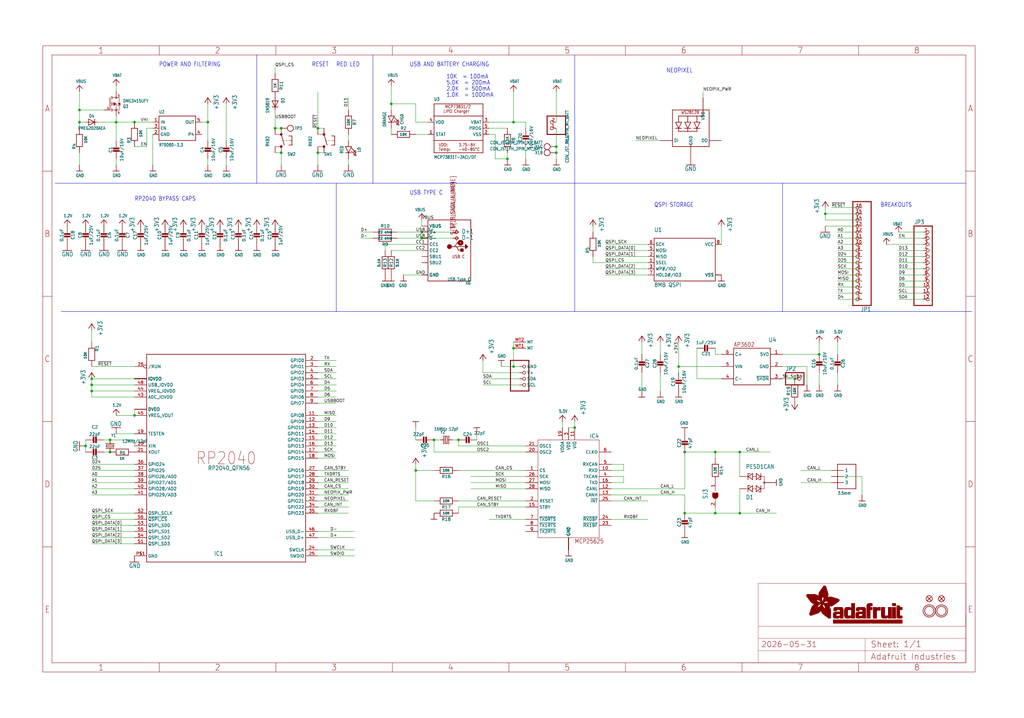
<source format=kicad_sch>
(kicad_sch (version 20230121) (generator eeschema)
  (paper "User" 425.45 298.602)
  (lib_symbols
    (symbol "working-eagle-import:+3V3" (power)
      (property "Value" "+3V3" (at -2.54 -5.08 90))
      (symbol "+3V3_1_0"
        (pin power_in line (at 0 -2.54 90) (length 2.54) (name "+3V3") (number "1"))
      )
    )
    (symbol "working-eagle-import:1.2V" (power)
      (property "Value" "1.2V" (at -1.524 1.016 0))
      (symbol "1.2V_1_0"
        (pin power_in line (at 0 -2.54 90) (length 2.54) (name "1.2V") (number "1"))
      )
    )
    (symbol "working-eagle-import:5.0V" (power)
      (property "Value" "5.0V" (at -1.524 1.016 0))
      (symbol "5.0V_1_0"
        (pin power_in line (at 0 -2.54 90) (length 2.54) (name "5.0V") (number "1"))
      )
    )
    (symbol "working-eagle-import:AP3602"
      (property "Reference" "IC" (at -7.62 -10.16 0))
      (symbol "AP3602_1_0"
        (text "AP3602" (at 7.62 10.16 0) (effects (font (size 1.778 1.5113)) (justify right top)))
        (pin power_in line (at -12.7 5.08 0) (length 5.08) (name "5VO") (number "1"))
        (pin power_in line (at -12.7 0 0) (length 5.08) (name "GND") (number "2"))
        (pin input line (at -12.7 -5.08 0) (length 5.08) (name "~{SHDN}") (number "3"))
        (pin bidirectional line (at 12.7 -5.08 180) (length 5.08) (name "C-") (number "4"))
        (pin power_in line (at 12.7 0 180) (length 5.08) (name "VIN") (number "5"))
        (pin bidirectional line (at 12.7 5.08 180) (length 5.08) (name "C+") (number "6"))
      )
    )
    (symbol "working-eagle-import:CAP_CERAMIC0805-NOOUTLINE"
      (property "Reference" "C" (at -2.29 1.25 90))
      (symbol "CAP_CERAMIC0805-NOOUTLINE_1_0"
        (pin passive line (at 0 5.08 270) (length 2.54) (name "1") (number "1"))
        (pin passive line (at 0 -2.54 90) (length 2.54) (name "2") (number "2"))
      )
    )
    (symbol "working-eagle-import:CAP_CERAMIC_0402NO"
      (property "Reference" "C" (at -2.29 1.25 90))
      (symbol "CAP_CERAMIC_0402NO_1_0"
        (pin passive line (at 0 5.08 270) (length 2.54) (name "1") (number "1"))
        (pin passive line (at 0 -2.54 90) (length 2.54) (name "2") (number "2"))
      )
    )
    (symbol "working-eagle-import:CON_JST_PH_2PIN_MT_BATT"
      (property "Reference" "X" (at 0 5.588 90))
      (symbol "CON_JST_PH_2PIN_MT_BATT_1_0"
        (pin passive inverted (at -2.54 2.54 0) (length 2.54) (name "1") (number "1"))
        (pin passive inverted (at -2.54 0 0) (length 2.54) (name "2") (number "2"))
      )
      (symbol "CON_JST_PH_2PIN_MT_BATT_2_0"
        (pin bidirectional line (at 0 0 90) (length 2.54) (name "P$1") (number "NC2"))
      )
      (symbol "CON_JST_PH_2PIN_MT_BATT_3_0"
        (pin bidirectional line (at 0 0 90) (length 2.54) (name "P$1") (number "NC1"))
      )
    )
    (symbol "working-eagle-import:CRYSTAL2.5X2.0"
      (property "Reference" "Y" (at -2.54 2.54 0))
      (symbol "CRYSTAL2.5X2.0_1_0"
        (pin passive line (at -2.54 0 0) (length 0) (name "1") (number "1"))
        (pin passive line (at 2.54 0 180) (length 0) (name "2") (number "3"))
      )
    )
    (symbol "working-eagle-import:DIODESOD-323F"
      (property "Reference" "D" (at -2.54 2.54 0))
      (symbol "DIODESOD-323F_1_0"
        (pin passive line (at -2.54 0 0) (length 2.54) (name "A") (number "A"))
        (pin passive line (at 2.54 0 180) (length 2.54) (name "C") (number "C"))
      )
    )
    (symbol "working-eagle-import:DIODE_SOD323MINI"
      (property "Reference" "D" (at 0 2.54 0))
      (symbol "DIODE_SOD323MINI_1_0"
        (pin passive line (at -2.54 0 0) (length 2.54) (name "A") (number "A"))
        (pin passive line (at 2.54 0 180) (length 2.54) (name "C") (number "C"))
      )
    )
    (symbol "working-eagle-import:FIDUCIAL_1MM")
    (symbol "working-eagle-import:FRAME_A3_ADAFRUIT"
      (symbol "FRAME_A3_ADAFRUIT_1_0"
        (text "${#}/${##}" (at 357.505 10.16 0) (effects (font (size 2.54 2.54)) (justify left bottom)))
        (text "${CURRENT_DATE}" (at 298.45 10.16 0) (effects (font (size 2.286 2.286)) (justify left bottom)))
        (text "${PROJECTNAME}" (at 298.45 15.24 0) (effects (font (size 2.54 2.54)) (justify left bottom)))
        (text "1" (at 24.2094 1.905 0) (effects (font (size 2.54 2.286))))
        (text "1" (at 24.2094 258.445 0) (effects (font (size 2.54 2.286))))
        (text "2" (at 72.6281 1.905 0) (effects (font (size 2.54 2.286))))
        (text "2" (at 72.6281 258.445 0) (effects (font (size 2.54 2.286))))
        (text "3" (at 121.0469 1.905 0) (effects (font (size 2.54 2.286))))
        (text "3" (at 121.0469 258.445 0) (effects (font (size 2.54 2.286))))
        (text "4" (at 169.4656 1.905 0) (effects (font (size 2.54 2.286))))
        (text "4" (at 169.4656 258.445 0) (effects (font (size 2.54 2.286))))
        (text "5" (at 217.8844 1.905 0) (effects (font (size 2.54 2.286))))
        (text "5" (at 217.8844 258.445 0) (effects (font (size 2.54 2.286))))
        (text "6" (at 266.3031 1.905 0) (effects (font (size 2.54 2.286))))
        (text "6" (at 266.3031 258.445 0) (effects (font (size 2.54 2.286))))
        (text "7" (at 314.7219 1.905 0) (effects (font (size 2.54 2.286))))
        (text "7" (at 314.7219 258.445 0) (effects (font (size 2.54 2.286))))
        (text "8" (at 363.1406 1.905 0) (effects (font (size 2.54 2.286))))
        (text "8" (at 363.1406 258.445 0) (effects (font (size 2.54 2.286))))
        (text "A" (at 1.905 234.315 0) (effects (font (size 2.54 2.286))))
        (text "A" (at 385.445 234.315 0) (effects (font (size 2.54 2.286))))
        (text "Adafruit Industries" (at 343.916 4.953 0) (effects (font (size 2.54 2.54)) (justify left bottom)))
        (text "B" (at 1.905 182.245 0) (effects (font (size 2.54 2.286))))
        (text "B" (at 385.445 182.245 0) (effects (font (size 2.54 2.286))))
        (text "C" (at 1.905 130.175 0) (effects (font (size 2.54 2.286))))
        (text "C" (at 385.445 130.175 0) (effects (font (size 2.54 2.286))))
        (text "D" (at 1.905 78.105 0) (effects (font (size 2.54 2.286))))
        (text "D" (at 385.445 78.105 0) (effects (font (size 2.54 2.286))))
        (text "E" (at 1.905 26.035 0) (effects (font (size 2.54 2.286))))
        (text "E" (at 385.445 26.035 0) (effects (font (size 2.54 2.286))))
        (text "Sheet:" (at 343.916 10.033 0) (effects (font (size 2.54 2.54)) (justify left bottom)))
      )
    )
    (symbol "working-eagle-import:GND" (power)
      (property "Value" "GND" (at -1.524 -2.54 0))
      (symbol "GND_1_0"
        (pin power_in line (at 0 2.54 270) (length 2.54) (name "GND") (number "1"))
      )
    )
    (symbol "working-eagle-import:HEADER-1X12"
      (property "Reference" "JP" (at -6.35 18.415 0))
      (symbol "HEADER-1X12_1_0"
        (pin passive inverted (at -2.54 15.24 0) (length 2.54) (name "1") (number "1"))
        (pin passive inverted (at -2.54 -7.62 0) (length 2.54) (name "10") (number "10"))
        (pin passive inverted (at -2.54 -10.16 0) (length 2.54) (name "11") (number "11"))
        (pin passive inverted (at -2.54 -12.7 0) (length 2.54) (name "12") (number "12"))
        (pin passive inverted (at -2.54 12.7 0) (length 2.54) (name "2") (number "2"))
        (pin passive inverted (at -2.54 10.16 0) (length 2.54) (name "3") (number "3"))
        (pin passive inverted (at -2.54 7.62 0) (length 2.54) (name "4") (number "4"))
        (pin passive inverted (at -2.54 5.08 0) (length 2.54) (name "5") (number "5"))
        (pin passive inverted (at -2.54 2.54 0) (length 2.54) (name "6") (number "6"))
        (pin passive inverted (at -2.54 0 0) (length 2.54) (name "7") (number "7"))
        (pin passive inverted (at -2.54 -2.54 0) (length 2.54) (name "8") (number "8"))
        (pin passive inverted (at -2.54 -5.08 0) (length 2.54) (name "9") (number "9"))
      )
    )
    (symbol "working-eagle-import:HEADER-1X12MM"
      (property "Reference" "JP" (at -6.35 3.175 0))
      (symbol "HEADER-1X12MM_1_0"
        (pin passive inverted (at -2.54 0 0) (length 2.54) (name "1") (number "1"))
      )
    )
    (symbol "working-eagle-import:HEADER-1X16ROUND"
      (property "Reference" "JP" (at -6.35 20.955 0))
      (symbol "HEADER-1X16ROUND_1_0"
        (pin passive inverted (at -2.54 17.78 0) (length 2.54) (name "1") (number "1"))
        (pin passive inverted (at -2.54 -5.08 0) (length 2.54) (name "10") (number "10"))
        (pin passive inverted (at -2.54 -7.62 0) (length 2.54) (name "11") (number "11"))
        (pin passive inverted (at -2.54 -10.16 0) (length 2.54) (name "12") (number "12"))
        (pin passive inverted (at -2.54 -12.7 0) (length 2.54) (name "13") (number "13"))
        (pin passive inverted (at -2.54 -15.24 0) (length 2.54) (name "14") (number "14"))
        (pin passive inverted (at -2.54 -17.78 0) (length 2.54) (name "15") (number "15"))
        (pin passive inverted (at -2.54 -20.32 0) (length 2.54) (name "16") (number "16"))
        (pin passive inverted (at -2.54 15.24 0) (length 2.54) (name "2") (number "2"))
        (pin passive inverted (at -2.54 12.7 0) (length 2.54) (name "3") (number "3"))
        (pin passive inverted (at -2.54 10.16 0) (length 2.54) (name "4") (number "4"))
        (pin passive inverted (at -2.54 7.62 0) (length 2.54) (name "5") (number "5"))
        (pin passive inverted (at -2.54 5.08 0) (length 2.54) (name "6") (number "6"))
        (pin passive inverted (at -2.54 2.54 0) (length 2.54) (name "7") (number "7"))
        (pin passive inverted (at -2.54 0 0) (length 2.54) (name "8") (number "8"))
        (pin passive inverted (at -2.54 -2.54 0) (length 2.54) (name "9") (number "9"))
      )
    )
    (symbol "working-eagle-import:LED0603_NOOUTLINE"
      (property "Reference" "D" (at -1.27 4.445 0))
      (symbol "LED0603_NOOUTLINE_1_0"
        (pin passive line (at -5.08 0 0) (length 2.54) (name "A") (number "A"))
        (pin passive line (at 2.54 0 180) (length 2.54) (name "C") (number "C"))
      )
    )
    (symbol "working-eagle-import:MCP25625"
      (property "Reference" "IC" (at 12.7 20.32 0))
      (symbol "MCP25625_1_0"
        (text "MCP25625" (at 2.54 -25.4 0) (effects (font (size 1.778 1.5113)) (justify left bottom)))
        (pin input line (at -17.78 5.08 0) (length 5.08) (name "CS") (number "1"))
        (pin output line (at 17.78 5.08 180) (length 5.08) (name "RXD") (number "10"))
        (pin power_in line (at 2.54 22.86 270) (length 5.08) (name "VIO") (number "11"))
        (pin bidirectional line (at 17.78 -2.54 180) (length 5.08) (name "CANL") (number "12"))
        (pin bidirectional line (at 17.78 -5.08 180) (length 5.08) (name "CANH") (number "13"))
        (pin input line (at -17.78 -10.16 0) (length 5.08) (name "STBY") (number "15"))
        (pin input line (at 17.78 0 180) (length 5.08) (name "TXD") (number "16"))
        (pin power_in line (at 0 -27.94 90) (length 5.08) (name "GND") (number "18"))
        (pin power_in line (at -2.54 22.86 270) (length 5.08) (name "VDDA") (number "19"))
        (pin input line (at -17.78 -7.62 0) (length 5.08) (name "RESET") (number "2"))
        (pin output line (at -17.78 12.7 0) (length 5.08) (name "OSC2") (number "20"))
        (pin input line (at -17.78 15.24 0) (length 5.08) (name "OSC1") (number "21"))
        (pin power_in line (at 0 -27.94 90) (length 5.08) (name "GND") (number "22"))
        (pin output line (at 17.78 -17.78 180) (length 5.08) (name "~{RX1BF}") (number "23"))
        (pin output line (at 17.78 -15.24 180) (length 5.08) (name "~{RX0BF}") (number "24"))
        (pin output line (at 17.78 -7.62 180) (length 5.08) (name "~{INT}") (number "25"))
        (pin input line (at -17.78 2.54 0) (length 5.08) (name "SCK") (number "26"))
        (pin input line (at -17.78 0 0) (length 5.08) (name "MOSI") (number "27"))
        (pin output line (at -17.78 -2.54 0) (length 5.08) (name "MISO") (number "28"))
        (pin power_in line (at 0 22.86 270) (length 5.08) (name "VDD") (number "3"))
        (pin output line (at 17.78 2.54 180) (length 5.08) (name "TXCAN") (number "4"))
        (pin input line (at 17.78 7.62 180) (length 5.08) (name "RXCAN") (number "5"))
        (pin output line (at 17.78 12.7 180) (length 5.08) (name "CLKO") (number "6"))
        (pin input line (at -17.78 -15.24 0) (length 5.08) (name "~{TX0RTS}") (number "7"))
        (pin input line (at -17.78 -17.78 0) (length 5.08) (name "~{TX1RTS}") (number "8"))
        (pin input line (at -17.78 -20.32 0) (length 5.08) (name "~{TX2RTS}") (number "9"))
        (pin power_in line (at 0 -27.94 90) (length 5.08) (name "GND") (number "EXP"))
      )
    )
    (symbol "working-eagle-import:MCP73831/2"
      (property "Reference" "U" (at -10.16 11.43 0))
      (symbol "MCP73831/2_1_0"
        (text "-40-85°C" (at 0 -9.525 0) (effects (font (size 1.27 1.0795)) (justify left bottom)))
        (text "3.75-6V" (at 0 -7.62 0) (effects (font (size 1.27 1.0795)) (justify left bottom)))
        (text "LIPO Charger" (at -6.35 6.35 0) (effects (font (size 1.27 1.0795)) (justify left bottom)))
        (text "MCP73831/2" (at -5.715 8.255 0) (effects (font (size 1.27 1.0795)) (justify left bottom)))
        (text "Temp:" (at -8.255 -9.525 0) (effects (font (size 1.27 1.0795)) (justify left bottom)))
        (text "VDD:" (at -8.255 -7.62 0) (effects (font (size 1.27 1.0795)) (justify left bottom)))
        (pin output line (at -12.7 -2.54 0) (length 2.54) (name "STAT") (number "1"))
        (pin power_in line (at 12.7 -2.54 180) (length 2.54) (name "VSS") (number "2"))
        (pin power_in line (at 12.7 2.54 180) (length 2.54) (name "VBAT") (number "3"))
        (pin power_in line (at -12.7 2.54 0) (length 2.54) (name "VDD") (number "4"))
        (pin input line (at 12.7 0 180) (length 2.54) (name "PROG") (number "5"))
      )
    )
    (symbol "working-eagle-import:MOSFET-P_DFN2015"
      (property "Reference" "Q" (at 2.794 0.381 0))
      (symbol "MOSFET-P_DFN2015_1_0"
        (text "D" (at 0.635 -3.81 0) (effects (font (size 0.8128 0.6908)) (justify left bottom)))
        (text "G" (at -3.81 1.27 0) (effects (font (size 0.8128 0.6908)) (justify left bottom)))
        (text "S" (at 0.635 3.175 0) (effects (font (size 0.8128 0.6908)) (justify left bottom)))
        (pin passive line (at -5.08 2.54 0) (length 2.54) (name "G") (number "1"))
        (pin passive line (at 0 5.08 270) (length 2.54) (name "S") (number "2"))
        (pin passive line (at 0 -5.08 90) (length 2.54) (name "D") (number "3"))
      )
    )
    (symbol "working-eagle-import:MOUNTINGHOLE2.5")
    (symbol "working-eagle-import:PESD1CAN"
      (property "Reference" "D" (at -5.08 5.08 0))
      (symbol "PESD1CAN_1_0"
        (pin passive line (at -7.62 2.54 0) (length 2.54) (name "1") (number "1"))
        (pin passive line (at -7.62 -2.54 0) (length 2.54) (name "2") (number "2"))
        (pin passive line (at 5.08 0 180) (length 2.54) (name "3") (number "3"))
      )
    )
    (symbol "working-eagle-import:RESISTOR_0402NO"
      (property "Reference" "R" (at 0 2.54 0))
      (symbol "RESISTOR_0402NO_1_0"
        (pin passive line (at -5.08 0 0) (length 2.54) (name "1") (number "1"))
        (pin passive line (at 5.08 0 180) (length 2.54) (name "2") (number "2"))
      )
    )
    (symbol "working-eagle-import:RP2040_QFN56"
      (property "Reference" "IC" (at -5.08 -40.64 0))
      (symbol "RP2040_QFN56_1_0"
        (text "RP2040" (at 0 0 0) (effects (font (size 5.08 4.318))))
        (pin power_in line (at -38.1 33.02 0) (length 5.08) (name "IOVDD") (number "1"))
        (pin power_in line (at -38.1 33.02 0) (length 5.08) (name "IOVDD") (number "10"))
        (pin bidirectional line (at 38.1 17.78 180) (length 5.08) (name "GPIO8") (number "11"))
        (pin bidirectional line (at 38.1 15.24 180) (length 5.08) (name "GPIO9") (number "12"))
        (pin bidirectional line (at 38.1 12.7 180) (length 5.08) (name "GPIO10") (number "13"))
        (pin bidirectional line (at 38.1 10.16 180) (length 5.08) (name "GPIO11") (number "14"))
        (pin bidirectional line (at 38.1 7.62 180) (length 5.08) (name "GPIO12") (number "15"))
        (pin bidirectional line (at 38.1 5.08 180) (length 5.08) (name "GPIO13") (number "16"))
        (pin bidirectional line (at 38.1 2.54 180) (length 5.08) (name "GPIO14") (number "17"))
        (pin bidirectional line (at 38.1 0 180) (length 5.08) (name "GPIO15") (number "18"))
        (pin input line (at -38.1 10.16 0) (length 5.08) (name "TESTEN") (number "19"))
        (pin bidirectional line (at 38.1 40.64 180) (length 5.08) (name "GPIO0") (number "2"))
        (pin input line (at -38.1 5.08 0) (length 5.08) (name "XIN") (number "20"))
        (pin output line (at -38.1 2.54 0) (length 5.08) (name "XOUT") (number "21"))
        (pin power_in line (at -38.1 33.02 0) (length 5.08) (name "IOVDD") (number "22"))
        (pin power_in line (at -38.1 20.32 0) (length 5.08) (name "DVDD") (number "23"))
        (pin bidirectional line (at 38.1 -38.1 180) (length 5.08) (name "SWCLK") (number "24"))
        (pin bidirectional line (at 38.1 -40.64 180) (length 5.08) (name "SWDIO") (number "25"))
        (pin bidirectional inverted (at -38.1 38.1 0) (length 5.08) (name "/RUN") (number "26"))
        (pin bidirectional line (at 38.1 -5.08 180) (length 5.08) (name "GPIO16") (number "27"))
        (pin bidirectional line (at 38.1 -7.62 180) (length 5.08) (name "GPIO17") (number "28"))
        (pin bidirectional line (at 38.1 -10.16 180) (length 5.08) (name "GPIO18") (number "29"))
        (pin bidirectional line (at 38.1 38.1 180) (length 5.08) (name "GPIO1") (number "3"))
        (pin bidirectional line (at 38.1 -12.7 180) (length 5.08) (name "GPIO19") (number "30"))
        (pin bidirectional line (at 38.1 -15.24 180) (length 5.08) (name "GPIO20") (number "31"))
        (pin bidirectional line (at 38.1 -17.78 180) (length 5.08) (name "GPIO21") (number "32"))
        (pin power_in line (at -38.1 33.02 0) (length 5.08) (name "IOVDD") (number "33"))
        (pin bidirectional line (at 38.1 -20.32 180) (length 5.08) (name "GPIO22") (number "34"))
        (pin bidirectional line (at 38.1 -22.86 180) (length 5.08) (name "GPIO23") (number "35"))
        (pin bidirectional line (at -38.1 -2.54 0) (length 5.08) (name "GPIO24") (number "36"))
        (pin bidirectional line (at -38.1 -5.08 0) (length 5.08) (name "GPIO25") (number "37"))
        (pin bidirectional line (at -38.1 -7.62 0) (length 5.08) (name "GPIO26/AD0") (number "38"))
        (pin bidirectional line (at -38.1 -10.16 0) (length 5.08) (name "GPIO27/AD1") (number "39"))
        (pin bidirectional line (at 38.1 35.56 180) (length 5.08) (name "GPIO2") (number "4"))
        (pin bidirectional line (at -38.1 -12.7 0) (length 5.08) (name "GPIO28/AD2") (number "40"))
        (pin bidirectional line (at -38.1 -15.24 0) (length 5.08) (name "GPIO29/AD3") (number "41"))
        (pin power_in line (at -38.1 33.02 0) (length 5.08) (name "IOVDD") (number "42"))
        (pin power_in line (at -38.1 25.4 0) (length 5.08) (name "ADC_IOVDD") (number "43"))
        (pin power_in line (at -38.1 27.94 0) (length 5.08) (name "VREG_IOVDD") (number "44"))
        (pin power_in line (at -38.1 17.78 0) (length 5.08) (name "VREG_VOUT") (number "45"))
        (pin bidirectional line (at 38.1 -30.48 180) (length 5.08) (name "USB_D-") (number "46"))
        (pin bidirectional line (at 38.1 -33.02 180) (length 5.08) (name "USB_D+") (number "47"))
        (pin power_in line (at -38.1 30.48 0) (length 5.08) (name "USB_IOVDD") (number "48"))
        (pin power_in line (at -38.1 33.02 0) (length 5.08) (name "IOVDD") (number "49"))
        (pin bidirectional line (at 38.1 33.02 180) (length 5.08) (name "GPIO3") (number "5"))
        (pin power_in line (at -38.1 20.32 0) (length 5.08) (name "DVDD") (number "50"))
        (pin bidirectional line (at -38.1 -35.56 0) (length 5.08) (name "QSPI_SD3") (number "51"))
        (pin bidirectional line (at -38.1 -22.86 0) (length 5.08) (name "QSPI_SCLK") (number "52"))
        (pin bidirectional line (at -38.1 -27.94 0) (length 5.08) (name "QSPI_SD0") (number "53"))
        (pin bidirectional line (at -38.1 -33.02 0) (length 5.08) (name "QSPI_SD2") (number "54"))
        (pin bidirectional line (at -38.1 -30.48 0) (length 5.08) (name "QSPI_SD1") (number "55"))
        (pin bidirectional line (at -38.1 -25.4 0) (length 5.08) (name "~{QSPI_CS}") (number "56"))
        (pin bidirectional line (at 38.1 30.48 180) (length 5.08) (name "GPIO4") (number "6"))
        (pin bidirectional line (at 38.1 27.94 180) (length 5.08) (name "GPIO5") (number "7"))
        (pin bidirectional line (at 38.1 25.4 180) (length 5.08) (name "GPIO6") (number "8"))
        (pin bidirectional line (at 38.1 22.86 180) (length 5.08) (name "GPIO7") (number "9"))
        (pin power_in line (at -38.1 -40.64 0) (length 5.08) (name "GND") (number "P$1"))
      )
    )
    (symbol "working-eagle-import:SOLDERJUMPER_CLOSED"
      (property "Reference" "SJ" (at -2.54 2.54 0))
      (symbol "SOLDERJUMPER_CLOSED_1_0"
        (pin passive line (at -5.08 0 0) (length 2.54) (name "1") (number "1"))
        (pin passive line (at 5.08 0 180) (length 2.54) (name "2") (number "2"))
      )
    )
    (symbol "working-eagle-import:SPIFLASH_8PIN_4X4"
      (property "Reference" "U" (at -12.7 12.7 0))
      (symbol "SPIFLASH_8PIN_4X4_1_0"
        (pin bidirectional line (at -15.24 0 0) (length 2.54) (name "SSEL") (number "1"))
        (pin bidirectional line (at -15.24 2.54 0) (length 2.54) (name "MISO") (number "2"))
        (pin bidirectional line (at -15.24 -2.54 0) (length 2.54) (name "WP#/IO2") (number "3"))
        (pin bidirectional line (at 15.24 -5.08 180) (length 2.54) (name "VSS") (number "4"))
        (pin bidirectional line (at -15.24 5.08 0) (length 2.54) (name "MOSI") (number "5"))
        (pin bidirectional line (at -15.24 7.62 0) (length 2.54) (name "SCK") (number "6"))
        (pin bidirectional line (at -15.24 -5.08 0) (length 2.54) (name "HOLD#/IO3") (number "7"))
        (pin bidirectional line (at 15.24 7.62 180) (length 2.54) (name "VCC") (number "8"))
        (pin bidirectional line (at 15.24 -5.08 180) (length 2.54) (name "VSS") (number "PAD"))
      )
    )
    (symbol "working-eagle-import:STEMMA_I2C_QTRA"
      (symbol "STEMMA_I2C_QTRA_1_0"
        (pin passive inverted (at 0 5.08 0) (length 2.54) (name "GND") (number "1"))
        (pin passive inverted (at 0 2.54 0) (length 2.54) (name "V+") (number "2"))
        (pin passive inverted (at 0 0 0) (length 2.54) (name "SDA") (number "3"))
        (pin passive inverted (at 0 -2.54 0) (length 2.54) (name "SCL") (number "4"))
      )
      (symbol "STEMMA_I2C_QTRA_2_0"
        (pin bidirectional line (at 0 0 0) (length 5.08) (name "MT") (number "MT1"))
      )
      (symbol "STEMMA_I2C_QTRA_3_0"
        (pin bidirectional line (at 0 0 0) (length 5.08) (name "MT") (number "MT2"))
      )
    )
    (symbol "working-eagle-import:SWITCH_TACT_SMT_RKB2"
      (property "Reference" "SW" (at -2.54 6.35 0))
      (symbol "SWITCH_TACT_SMT_RKB2_1_0"
        (pin passive line (at -5.08 0 0) (length 2.54) (name "P") (number "A"))
        (pin passive line (at -5.08 -2.54 0) (length 2.54) (name "P1") (number "A'"))
        (pin passive line (at 5.08 0 180) (length 2.54) (name "S") (number "B"))
        (pin passive line (at 5.08 -2.54 180) (length 2.54) (name "S1") (number "B'"))
      )
    )
    (symbol "working-eagle-import:TERMBLOCK_1X3"
      (property "Reference" "X" (at -2.54 7.62 0))
      (symbol "TERMBLOCK_1X3_1_0"
        (pin passive line (at -5.08 2.54 0) (length 5.08) (name "1") (number "1"))
        (pin passive line (at -5.08 0 0) (length 5.08) (name "2") (number "2"))
        (pin passive line (at -5.08 -2.54 0) (length 5.08) (name "3") (number "3"))
      )
    )
    (symbol "working-eagle-import:TESTPOINTROUND1.5MMNO"
      (property "Reference" "TP" (at 0 5.588 90))
      (symbol "TESTPOINTROUND1.5MMNO_1_0"
        (pin bidirectional line (at 0 0 90) (length 2.54) (name "P$1") (number "P$1"))
      )
    )
    (symbol "working-eagle-import:TPB1,27"
      (property "Reference" "TP" (at -1.27 1.27 0))
      (symbol "TPB1,27_1_0"
        (text "${TP_SIGNAL_NAME}" (at 1.27 -1.27 0) (effects (font (size 1.778 1.5113)) (justify left bottom)))
        (pin input line (at 0 -2.54 90) (length 2.54) (name "TP") (number "TP"))
      )
    )
    (symbol "working-eagle-import:USB_C"
      (property "Reference" "X" (at -10.16 13.716 0))
      (symbol "USB_C_1_0"
        (text "USB C" (at -5.08 -2.54 0) (effects (font (size 1.27 1.0795))))
        (pin power_in line (at 10.16 -10.16 180) (length 2.54) (name "GND") (number "A1B12"))
        (pin power_in line (at 10.16 10.16 180) (length 2.54) (name "VBUS") (number "A4B9"))
        (pin bidirectional line (at 10.16 2.54 180) (length 2.54) (name "CC1") (number "A5"))
        (pin bidirectional line (at 10.16 7.62 180) (length 2.54) (name "D+") (number "A6"))
        (pin bidirectional line (at 10.16 5.08 180) (length 2.54) (name "D-") (number "A7"))
        (pin bidirectional line (at 10.16 -2.54 180) (length 2.54) (name "SBU1") (number "A8"))
        (pin power_in line (at 10.16 -10.16 180) (length 2.54) (name "GND") (number "B1A12"))
        (pin power_in line (at 10.16 10.16 180) (length 2.54) (name "VBUS") (number "B4A9"))
        (pin bidirectional line (at 10.16 0 180) (length 2.54) (name "CC2") (number "B5"))
        (pin bidirectional line (at 10.16 7.62 180) (length 2.54) (name "D+") (number "B6"))
        (pin bidirectional line (at 10.16 5.08 180) (length 2.54) (name "D-") (number "B7"))
        (pin bidirectional line (at 10.16 -5.08 180) (length 2.54) (name "SBU2") (number "B8"))
      )
    )
    (symbol "working-eagle-import:VBAT" (power)
      (property "Value" "VBAT" (at -1.524 1.016 0))
      (symbol "VBAT_1_0"
        (pin power_in line (at 0 -2.54 90) (length 2.54) (name "VBAT") (number "1"))
      )
    )
    (symbol "working-eagle-import:VBUS" (power)
      (property "Value" "VBUS" (at -1.524 1.016 0))
      (symbol "VBUS_1_0"
        (pin power_in line (at 0 -2.54 90) (length 2.54) (name "VBUS") (number "1"))
      )
    )
    (symbol "working-eagle-import:VREG_SOT23-5"
      (property "Reference" "U" (at -7.62 6.096 0))
      (symbol "VREG_SOT23-5_1_0"
        (pin power_in line (at -10.16 2.54 0) (length 2.54) (name "IN") (number "1"))
        (pin power_in line (at -10.16 -2.54 0) (length 2.54) (name "GND") (number "2"))
        (pin input line (at -10.16 0 0) (length 2.54) (name "EN") (number "3"))
        (pin bidirectional line (at 10.16 -2.54 180) (length 2.54) (name "P4") (number "4"))
        (pin power_in line (at 10.16 2.54 180) (length 2.54) (name "OUT") (number "5"))
      )
    )
    (symbol "working-eagle-import:WS2812B_SK6805_1515"
      (symbol "WS2812B_SK6805_1515_1_0"
        (text "WS2812B" (at -4.064 8.382 0) (effects (font (size 1.27 1.0795)) (justify left bottom)))
        (pin input line (at -12.7 -2.54 0) (length 5.08) (name "DI") (number "1"))
        (pin power_in line (at 5.08 15.24 270) (length 5.08) (name "VDD") (number "2"))
        (pin output line (at 12.7 -2.54 180) (length 5.08) (name "DO") (number "3"))
        (pin power_in line (at 0 -10.16 90) (length 5.08) (name "GND") (number "4"))
      )
    )
    (symbol "working-eagle-import:supply1_GND" (power)
      (property "Value" "supply1_GND" (at -2.54 -2.54 0))
      (symbol "supply1_GND_1_0"
        (pin power_in line (at 0 2.54 270) (length 2.54) (name "GND") (number "1"))
      )
    )
  )
  (junction (at 45.72 187.96))
  (junction (at 38.1 157.48))
  (junction (at 238.76 177.8))
  (junction (at 116.84 63.5))
  (junction (at 35.56 185.42))
  (junction (at 213.36 50.8))
  (junction (at 33.02 45.72))
  (junction (at 190.5 182.88))
  (junction (at 132.08 63.5))
  (junction (at 284.48 213.36))
  (junction (at 116.84 53.34))
  (junction (at 297.18 213.36))
  (junction (at 45.72 182.88))
  (junction (at 307.34 213.36))
  (junction (at 86.36 50.8))
  (junction (at 213.36 152.4))
  (junction (at 172.72 195.58))
  (junction (at 340.36 147.32))
  (junction (at 281.94 152.4))
  (junction (at 342.9 88.9))
  (junction (at 33.02 50.8))
  (junction (at 55.88 172.72))
  (junction (at 175.26 99.06))
  (junction (at 48.26 50.8))
  (junction (at 162.56 43.18))
  (junction (at 175.26 96.52))
  (junction (at 307.34 187.96))
  (junction (at 231.14 60.96))
  (junction (at 297.18 187.96))
  (junction (at 231.14 63.5))
  (junction (at 180.34 182.88))
  (junction (at 38.1 162.56))
  (junction (at 114.3 53.34))
  (junction (at 284.48 187.96))
  (junction (at 213.36 144.78))
  (junction (at 55.88 50.8))
  (junction (at 330.2 157.48))
  (junction (at 210.82 66.04))
  (junction (at 132.08 53.34))
  (junction (at 38.1 160.02))
  (wire (pts (xy 299.72 93.98) (xy 299.72 101.6)) (stroke (width 0.1524)))
  (wire (pts (xy 48.26 48.26) (xy 48.26 50.8)) (stroke (width 0.1524)))
  (wire (pts (xy 43.18 187.96) (xy 45.72 187.96)) (stroke (width 0.1524)))
  (wire (pts (xy 55.88 198.12) (xy 38.1 198.12)) (stroke (width 0.1524)))
  (wire (pts (xy 373.38 106.68) (xy 383.54 106.68)) (stroke (width 0.1524)))
  (wire (pts (xy 347.98 109.22) (xy 358.14 109.22)) (stroke (width 0.1524)))
  (wire (pts (xy 200.66 160.02) (xy 215.9 160.02)) (stroke (width 0.1524)))
  (wire (pts (xy 254 215.9) (xy 269.24 215.9)) (stroke (width 0.1524)))
  (wire (pts (xy 269.24 111.76) (xy 251.46 111.76)) (stroke (width 0.1524)))
  (wire (pts (xy 38.1 165.1) (xy 38.1 162.56)) (stroke (width 0.1524)))
  (wire (pts (xy 38.1 160.02) (xy 38.1 157.48)) (stroke (width 0.1524)))
  (wire (pts (xy 45.72 182.88) (xy 55.88 182.88)) (stroke (width 0.1524)))
  (wire (pts (xy 175.26 104.14) (xy 162.56 104.14)) (stroke (width 0.1524)))
  (wire (pts (xy 251.46 114.3) (xy 269.24 114.3)) (stroke (width 0.1524)))
  (wire (pts (xy 55.88 195.58) (xy 38.1 195.58)) (stroke (width 0.1524)))
  (wire (pts (xy 284.48 187.96) (xy 284.48 203.2)) (stroke (width 0.1524)))
  (polyline (pts (xy 238.76 76.2) (xy 154.94 76.2)) (stroke (width 0.1524) (type solid)))
  (wire (pts (xy 55.88 160.02) (xy 38.1 160.02)) (stroke (width 0.1524)))
  (wire (pts (xy 342.9 88.9) (xy 358.14 88.9)) (stroke (width 0.1524)))
  (wire (pts (xy 274.32 58.42) (xy 264.16 58.42)) (stroke (width 0.1524)))
  (wire (pts (xy 373.38 99.06) (xy 383.54 99.06)) (stroke (width 0.1524)))
  (wire (pts (xy 358.14 101.6) (xy 347.98 101.6)) (stroke (width 0.1524)))
  (wire (pts (xy 274.32 154.94) (xy 274.32 162.56)) (stroke (width 0.1524)))
  (wire (pts (xy 358.14 106.68) (xy 347.98 106.68)) (stroke (width 0.1524)))
  (wire (pts (xy 213.36 38.1) (xy 213.36 50.8)) (stroke (width 0.1524)))
  (wire (pts (xy 55.88 180.34) (xy 48.26 180.34)) (stroke (width 0.1524)))
  (wire (pts (xy 373.38 111.76) (xy 383.54 111.76)) (stroke (width 0.1524)))
  (wire (pts (xy 340.36 154.94) (xy 340.36 160.02)) (stroke (width 0.1524)))
  (wire (pts (xy 325.12 147.32) (xy 340.36 147.32)) (stroke (width 0.1524)))
  (wire (pts (xy 269.24 101.6) (xy 251.46 101.6)) (stroke (width 0.1524)))
  (wire (pts (xy 238.76 175.26) (xy 238.76 177.8)) (stroke (width 0.1524)))
  (wire (pts (xy 259.08 193.04) (xy 254 193.04)) (stroke (width 0.1524)))
  (wire (pts (xy 383.54 104.14) (xy 373.38 104.14)) (stroke (width 0.1524)))
  (wire (pts (xy 172.72 182.88) (xy 172.72 177.8)) (stroke (width 0.1524)))
  (wire (pts (xy 307.34 198.12) (xy 307.34 187.96)) (stroke (width 0.1524)))
  (wire (pts (xy 190.5 195.58) (xy 218.44 195.58)) (stroke (width 0.1524)))
  (polyline (pts (xy 154.94 76.2) (xy 154.94 22.86)) (stroke (width 0.1524) (type solid)))
  (polyline (pts (xy 238.76 129.54) (xy 325.12 129.54)) (stroke (width 0.1524) (type solid)))
  (wire (pts (xy 246.38 106.68) (xy 246.38 109.22)) (stroke (width 0.1524)))
  (wire (pts (xy 358.14 96.52) (xy 347.98 96.52)) (stroke (width 0.1524)))
  (wire (pts (xy 383.54 101.6) (xy 368.3 101.6)) (stroke (width 0.1524)))
  (wire (pts (xy 297.18 210.82) (xy 297.18 213.36)) (stroke (width 0.1524)))
  (wire (pts (xy 180.34 187.96) (xy 180.34 182.88)) (stroke (width 0.1524)))
  (wire (pts (xy 358.14 91.44) (xy 342.9 91.44)) (stroke (width 0.1524)))
  (wire (pts (xy 335.28 160.02) (xy 335.28 152.4)) (stroke (width 0.1524)))
  (wire (pts (xy 132.08 149.86) (xy 139.7 149.86)) (stroke (width 0.1524)))
  (wire (pts (xy 132.08 160.02) (xy 139.7 160.02)) (stroke (width 0.1524)))
  (wire (pts (xy 307.34 203.2) (xy 307.34 213.36)) (stroke (width 0.1524)))
  (wire (pts (xy 38.1 205.74) (xy 55.88 205.74)) (stroke (width 0.1524)))
  (wire (pts (xy 35.56 50.8) (xy 33.02 50.8)) (stroke (width 0.1524)))
  (wire (pts (xy 147.32 228.6) (xy 132.08 228.6)) (stroke (width 0.1524)))
  (wire (pts (xy 132.08 162.56) (xy 139.7 162.56)) (stroke (width 0.1524)))
  (wire (pts (xy 335.28 152.4) (xy 325.12 152.4)) (stroke (width 0.1524)))
  (wire (pts (xy 190.5 208.28) (xy 218.44 208.28)) (stroke (width 0.1524)))
  (wire (pts (xy 132.08 187.96) (xy 139.7 187.96)) (stroke (width 0.1524)))
  (wire (pts (xy 180.34 208.28) (xy 172.72 208.28)) (stroke (width 0.1524)))
  (wire (pts (xy 132.08 38.1) (xy 132.08 53.34)) (stroke (width 0.1524)))
  (polyline (pts (xy 325.12 129.54) (xy 403.86 129.54)) (stroke (width 0.1524) (type solid)))
  (wire (pts (xy 55.88 182.88) (xy 55.88 185.42)) (stroke (width 0.1524)))
  (wire (pts (xy 172.72 50.8) (xy 177.8 50.8)) (stroke (width 0.1524)))
  (wire (pts (xy 144.78 203.2) (xy 132.08 203.2)) (stroke (width 0.1524)))
  (wire (pts (xy 195.58 198.12) (xy 218.44 198.12)) (stroke (width 0.1524)))
  (wire (pts (xy 218.44 50.8) (xy 213.36 50.8)) (stroke (width 0.1524)))
  (wire (pts (xy 139.7 152.4) (xy 132.08 152.4)) (stroke (width 0.1524)))
  (wire (pts (xy 358.14 114.3) (xy 347.98 114.3)) (stroke (width 0.1524)))
  (wire (pts (xy 200.66 154.94) (xy 200.66 149.86)) (stroke (width 0.1524)))
  (wire (pts (xy 48.26 172.72) (xy 55.88 172.72)) (stroke (width 0.1524)))
  (wire (pts (xy 218.44 215.9) (xy 203.2 215.9)) (stroke (width 0.1524)))
  (wire (pts (xy 307.34 187.96) (xy 320.04 187.96)) (stroke (width 0.1524)))
  (wire (pts (xy 284.48 205.74) (xy 284.48 213.36)) (stroke (width 0.1524)))
  (wire (pts (xy 213.36 152.4) (xy 208.28 152.4)) (stroke (width 0.1524)))
  (wire (pts (xy 231.14 66.04) (xy 231.14 63.5)) (stroke (width 0.1524)))
  (wire (pts (xy 132.08 185.42) (xy 139.7 185.42)) (stroke (width 0.1524)))
  (wire (pts (xy 236.22 177.8) (xy 238.76 177.8)) (stroke (width 0.1524)))
  (polyline (pts (xy 401.32 76.2) (xy 325.12 76.2)) (stroke (width 0.1524) (type solid)))
  (wire (pts (xy 358.14 93.98) (xy 342.9 93.98)) (stroke (width 0.1524)))
  (wire (pts (xy 218.44 187.96) (xy 180.34 187.96)) (stroke (width 0.1524)))
  (wire (pts (xy 266.7 162.56) (xy 266.7 154.94)) (stroke (width 0.1524)))
  (wire (pts (xy 175.26 91.44) (xy 175.26 93.98)) (stroke (width 0.1524)))
  (polyline (pts (xy 325.12 76.2) (xy 238.76 76.2)) (stroke (width 0.1524) (type solid)))
  (wire (pts (xy 132.08 182.88) (xy 139.7 182.88)) (stroke (width 0.1524)))
  (wire (pts (xy 40.64 50.8) (xy 48.26 50.8)) (stroke (width 0.1524)))
  (wire (pts (xy 284.48 213.36) (xy 297.18 213.36)) (stroke (width 0.1524)))
  (wire (pts (xy 93.98 58.42) (xy 93.98 43.18)) (stroke (width 0.1524)))
  (wire (pts (xy 132.08 180.34) (xy 139.7 180.34)) (stroke (width 0.1524)))
  (wire (pts (xy 43.18 45.72) (xy 33.02 45.72)) (stroke (width 0.1524)))
  (wire (pts (xy 144.78 198.12) (xy 132.08 198.12)) (stroke (width 0.1524)))
  (wire (pts (xy 114.3 53.34) (xy 114.3 45.72)) (stroke (width 0.1524)))
  (wire (pts (xy 205.74 66.04) (xy 210.82 66.04)) (stroke (width 0.1524)))
  (wire (pts (xy 86.36 58.42) (xy 86.36 50.8)) (stroke (width 0.1524)))
  (wire (pts (xy 254 195.58) (xy 259.08 195.58)) (stroke (width 0.1524)))
  (wire (pts (xy 55.88 203.2) (xy 38.1 203.2)) (stroke (width 0.1524)))
  (wire (pts (xy 297.18 187.96) (xy 307.34 187.96)) (stroke (width 0.1524)))
  (wire (pts (xy 274.32 142.24) (xy 274.32 147.32)) (stroke (width 0.1524)))
  (wire (pts (xy 172.72 193.04) (xy 172.72 195.58)) (stroke (width 0.1524)))
  (wire (pts (xy 60.96 53.34) (xy 63.5 53.34)) (stroke (width 0.1524)))
  (wire (pts (xy 307.34 213.36) (xy 322.58 213.36)) (stroke (width 0.1524)))
  (wire (pts (xy 180.34 182.88) (xy 182.88 182.88)) (stroke (width 0.1524)))
  (wire (pts (xy 38.1 223.52) (xy 55.88 223.52)) (stroke (width 0.1524)))
  (wire (pts (xy 281.94 152.4) (xy 281.94 142.24)) (stroke (width 0.1524)))
  (wire (pts (xy 38.1 137.16) (xy 38.1 142.24)) (stroke (width 0.1524)))
  (wire (pts (xy 35.56 185.42) (xy 35.56 182.88)) (stroke (width 0.1524)))
  (wire (pts (xy 259.08 200.66) (xy 254 200.66)) (stroke (width 0.1524)))
  (wire (pts (xy 203.2 53.34) (xy 210.82 53.34)) (stroke (width 0.1524)))
  (wire (pts (xy 347.98 160.02) (xy 347.98 154.94)) (stroke (width 0.1524)))
  (wire (pts (xy 162.56 43.18) (xy 172.72 43.18)) (stroke (width 0.1524)))
  (wire (pts (xy 63.5 55.88) (xy 63.5 68.58)) (stroke (width 0.1524)))
  (wire (pts (xy 93.98 66.04) (xy 93.98 68.58)) (stroke (width 0.1524)))
  (wire (pts (xy 38.1 226.06) (xy 55.88 226.06)) (stroke (width 0.1524)))
  (wire (pts (xy 55.88 50.8) (xy 48.26 50.8)) (stroke (width 0.1524)))
  (wire (pts (xy 132.08 205.74) (xy 144.78 205.74)) (stroke (width 0.1524)))
  (wire (pts (xy 149.86 99.06) (xy 154.94 99.06)) (stroke (width 0.1524)))
  (wire (pts (xy 132.08 190.5) (xy 139.7 190.5)) (stroke (width 0.1524)))
  (wire (pts (xy 172.72 55.88) (xy 177.8 55.88)) (stroke (width 0.1524)))
  (wire (pts (xy 55.88 215.9) (xy 38.1 215.9)) (stroke (width 0.1524)))
  (wire (pts (xy 297.18 187.96) (xy 297.18 190.5)) (stroke (width 0.1524)))
  (wire (pts (xy 383.54 109.22) (xy 373.38 109.22)) (stroke (width 0.1524)))
  (wire (pts (xy 162.56 53.34) (xy 162.56 55.88)) (stroke (width 0.1524)))
  (wire (pts (xy 132.08 195.58) (xy 144.78 195.58)) (stroke (width 0.1524)))
  (polyline (pts (xy 238.76 129.54) (xy 238.76 76.2)) (stroke (width 0.1524) (type solid)))
  (wire (pts (xy 190.5 182.88) (xy 187.96 182.88)) (stroke (width 0.1524)))
  (wire (pts (xy 231.14 38.1) (xy 231.14 50.8)) (stroke (width 0.1524)))
  (wire (pts (xy 132.08 68.58) (xy 132.08 63.5)) (stroke (width 0.1524)))
  (wire (pts (xy 38.1 218.44) (xy 55.88 218.44)) (stroke (width 0.1524)))
  (polyline (pts (xy 22.86 76.2) (xy 106.68 76.2)) (stroke (width 0.1524) (type solid)))
  (wire (pts (xy 345.44 200.66) (xy 332.74 200.66)) (stroke (width 0.1524)))
  (wire (pts (xy 190.5 210.82) (xy 190.5 213.36)) (stroke (width 0.1524)))
  (wire (pts (xy 254 198.12) (xy 259.08 198.12)) (stroke (width 0.1524)))
  (wire (pts (xy 83.82 50.8) (xy 86.36 50.8)) (stroke (width 0.1524)))
  (wire (pts (xy 195.58 200.66) (xy 218.44 200.66)) (stroke (width 0.1524)))
  (wire (pts (xy 358.14 111.76) (xy 347.98 111.76)) (stroke (width 0.1524)))
  (wire (pts (xy 132.08 220.98) (xy 147.32 220.98)) (stroke (width 0.1524)))
  (wire (pts (xy 55.88 60.96) (xy 60.96 60.96)) (stroke (width 0.1524)))
  (wire (pts (xy 251.46 104.14) (xy 269.24 104.14)) (stroke (width 0.1524)))
  (wire (pts (xy 33.02 53.34) (xy 33.02 50.8)) (stroke (width 0.1524)))
  (wire (pts (xy 213.36 152.4) (xy 213.36 144.78)) (stroke (width 0.1524)))
  (wire (pts (xy 218.44 60.96) (xy 218.44 66.04)) (stroke (width 0.1524)))
  (wire (pts (xy 38.1 200.66) (xy 55.88 200.66)) (stroke (width 0.1524)))
  (wire (pts (xy 172.72 195.58) (xy 180.34 195.58)) (stroke (width 0.1524)))
  (wire (pts (xy 172.72 208.28) (xy 172.72 195.58)) (stroke (width 0.1524)))
  (wire (pts (xy 373.38 116.84) (xy 383.54 116.84)) (stroke (width 0.1524)))
  (wire (pts (xy 55.88 157.48) (xy 38.1 157.48)) (stroke (width 0.1524)))
  (wire (pts (xy 284.48 203.2) (xy 254 203.2)) (stroke (width 0.1524)))
  (wire (pts (xy 340.36 147.32) (xy 340.36 142.24)) (stroke (width 0.1524)))
  (wire (pts (xy 269.24 106.68) (xy 251.46 106.68)) (stroke (width 0.1524)))
  (wire (pts (xy 55.88 170.18) (xy 55.88 172.72)) (stroke (width 0.1524)))
  (polyline (pts (xy 139.7 129.54) (xy 139.7 76.2)) (stroke (width 0.1524) (type solid)))
  (wire (pts (xy 215.9 154.94) (xy 200.66 154.94)) (stroke (width 0.1524)))
  (wire (pts (xy 347.98 99.06) (xy 358.14 99.06)) (stroke (width 0.1524)))
  (wire (pts (xy 33.02 50.8) (xy 33.02 45.72)) (stroke (width 0.1524)))
  (wire (pts (xy 38.1 220.98) (xy 55.88 220.98)) (stroke (width 0.1524)))
  (wire (pts (xy 383.54 119.38) (xy 373.38 119.38)) (stroke (width 0.1524)))
  (wire (pts (xy 132.08 157.48) (xy 139.7 157.48)) (stroke (width 0.1524)))
  (wire (pts (xy 299.72 152.4) (xy 281.94 152.4)) (stroke (width 0.1524)))
  (wire (pts (xy 215.9 152.4) (xy 213.36 152.4)) (stroke (width 0.1524)))
  (wire (pts (xy 55.88 152.4) (xy 38.1 152.4)) (stroke (width 0.1524)))
  (wire (pts (xy 358.14 86.36) (xy 345.44 86.36)) (stroke (width 0.1524)))
  (wire (pts (xy 383.54 114.3) (xy 373.38 114.3)) (stroke (width 0.1524)))
  (wire (pts (xy 38.1 162.56) (xy 38.1 160.02)) (stroke (width 0.1524)))
  (wire (pts (xy 33.02 45.72) (xy 33.02 38.1)) (stroke (width 0.1524)))
  (wire (pts (xy 175.26 96.52) (xy 165.1 96.52)) (stroke (width 0.1524)))
  (wire (pts (xy 175.26 99.06) (xy 187.96 99.06)) (stroke (width 0.1524)))
  (wire (pts (xy 144.78 55.88) (xy 144.78 58.42)) (stroke (width 0.1524)))
  (wire (pts (xy 132.08 175.26) (xy 139.7 175.26)) (stroke (width 0.1524)))
  (wire (pts (xy 289.56 157.48) (xy 289.56 144.78)) (stroke (width 0.1524)))
  (wire (pts (xy 218.44 210.82) (xy 190.5 210.82)) (stroke (width 0.1524)))
  (polyline (pts (xy 139.7 76.2) (xy 106.68 76.2)) (stroke (width 0.1524) (type solid)))
  (wire (pts (xy 246.38 93.98) (xy 246.38 96.52)) (stroke (width 0.1524)))
  (wire (pts (xy 55.88 165.1) (xy 38.1 165.1)) (stroke (width 0.1524)))
  (wire (pts (xy 116.84 53.34) (xy 114.3 53.34)) (stroke (width 0.1524)))
  (wire (pts (xy 358.14 119.38) (xy 347.98 119.38)) (stroke (width 0.1524)))
  (wire (pts (xy 86.36 66.04) (xy 86.36 68.58)) (stroke (width 0.1524)))
  (wire (pts (xy 48.26 50.8) (xy 48.26 58.42)) (stroke (width 0.1524)))
  (wire (pts (xy 373.38 96.52) (xy 383.54 96.52)) (stroke (width 0.1524)))
  (wire (pts (xy 116.84 63.5) (xy 116.84 68.58)) (stroke (width 0.1524)))
  (wire (pts (xy 167.64 114.3) (xy 175.26 114.3)) (stroke (width 0.1524)))
  (wire (pts (xy 292.1 40.64) (xy 292.1 38.1)) (stroke (width 0.1524)))
  (wire (pts (xy 246.38 109.22) (xy 269.24 109.22)) (stroke (width 0.1524)))
  (wire (pts (xy 373.38 124.46) (xy 383.54 124.46)) (stroke (width 0.1524)))
  (wire (pts (xy 132.08 167.64) (xy 139.7 167.64)) (stroke (width 0.1524)))
  (wire (pts (xy 347.98 116.84) (xy 358.14 116.84)) (stroke (width 0.1524)))
  (polyline (pts (xy 325.12 129.54) (xy 325.12 76.2)) (stroke (width 0.1524) (type solid)))
  (wire (pts (xy 114.3 30.48) (xy 114.3 27.94)) (stroke (width 0.1524)))
  (wire (pts (xy 213.36 144.78) (xy 213.36 142.24)) (stroke (width 0.1524)))
  (wire (pts (xy 358.14 124.46) (xy 347.98 124.46)) (stroke (width 0.1524)))
  (wire (pts (xy 144.78 45.72) (xy 144.78 40.64)) (stroke (width 0.1524)))
  (wire (pts (xy 48.26 66.04) (xy 48.26 68.58)) (stroke (width 0.1524)))
  (polyline (pts (xy 238.76 76.2) (xy 238.76 22.86)) (stroke (width 0.1524) (type solid)))
  (wire (pts (xy 144.78 66.04) (xy 144.78 68.58)) (stroke (width 0.1524)))
  (wire (pts (xy 132.08 172.72) (xy 139.7 172.72)) (stroke (width 0.1524)))
  (wire (pts (xy 132.08 213.36) (xy 144.78 213.36)) (stroke (width 0.1524)))
  (wire (pts (xy 259.08 195.58) (xy 259.08 193.04)) (stroke (width 0.1524)))
  (wire (pts (xy 175.26 101.6) (xy 160.02 101.6)) (stroke (width 0.1524)))
  (wire (pts (xy 162.56 35.56) (xy 162.56 43.18)) (stroke (width 0.1524)))
  (wire (pts (xy 134.62 63.5) (xy 132.08 63.5)) (stroke (width 0.1524)))
  (wire (pts (xy 347.98 147.32) (xy 347.98 142.24)) (stroke (width 0.1524)))
  (wire (pts (xy 175.26 96.52) (xy 187.96 96.52)) (stroke (width 0.1524)))
  (wire (pts (xy 160.02 101.6) (xy 160.02 104.14)) (stroke (width 0.1524)))
  (wire (pts (xy 297.18 147.32) (xy 299.72 147.32)) (stroke (width 0.1524)))
  (wire (pts (xy 342.9 91.44) (xy 342.9 88.9)) (stroke (width 0.1524)))
  (wire (pts (xy 162.56 45.72) (xy 162.56 43.18)) (stroke (width 0.1524)))
  (wire (pts (xy 231.14 60.96) (xy 231.14 53.34)) (stroke (width 0.1524)))
  (wire (pts (xy 269.24 208.28) (xy 254 208.28)) (stroke (width 0.1524)))
  (wire (pts (xy 154.94 96.52) (xy 149.86 96.52)) (stroke (width 0.1524)))
  (wire (pts (xy 325.12 157.48) (xy 330.2 157.48)) (stroke (width 0.1524)))
  (wire (pts (xy 342.9 86.36) (xy 342.9 88.9)) (stroke (width 0.1524)))
  (wire (pts (xy 299.72 157.48) (xy 289.56 157.48)) (stroke (width 0.1524)))
  (wire (pts (xy 132.08 208.28) (xy 144.78 208.28)) (stroke (width 0.1524)))
  (wire (pts (xy 63.5 50.8) (xy 55.88 50.8)) (stroke (width 0.1524)))
  (wire (pts (xy 114.3 63.5) (xy 116.84 63.5)) (stroke (width 0.1524)))
  (wire (pts (xy 347.98 121.92) (xy 358.14 121.92)) (stroke (width 0.1524)))
  (wire (pts (xy 86.36 50.8) (xy 86.36 43.18)) (stroke (width 0.1524)))
  (wire (pts (xy 345.44 198.12) (xy 358.14 198.12)) (stroke (width 0.1524)))
  (wire (pts (xy 297.18 213.36) (xy 307.34 213.36)) (stroke (width 0.1524)))
  (wire (pts (xy 215.9 157.48) (xy 200.66 157.48)) (stroke (width 0.1524)))
  (wire (pts (xy 266.7 147.32) (xy 266.7 142.24)) (stroke (width 0.1524)))
  (wire (pts (xy 218.44 53.34) (xy 218.44 50.8)) (stroke (width 0.1524)))
  (wire (pts (xy 55.88 162.56) (xy 38.1 162.56)) (stroke (width 0.1524)))
  (wire (pts (xy 35.56 187.96) (xy 35.56 185.42)) (stroke (width 0.1524)))
  (wire (pts (xy 297.18 144.78) (xy 297.18 147.32)) (stroke (width 0.1524)))
  (wire (pts (xy 231.14 63.5) (xy 231.14 60.96)) (stroke (width 0.1524)))
  (wire (pts (xy 33.02 68.58) (xy 33.02 63.5)) (stroke (width 0.1524)))
  (polyline (pts (xy 106.68 76.2) (xy 106.68 22.86)) (stroke (width 0.1524) (type solid)))
  (wire (pts (xy 358.14 198.12) (xy 358.14 205.74)) (stroke (width 0.1524)))
  (wire (pts (xy 198.12 180.34) (xy 198.12 182.88)) (stroke (width 0.1524)))
  (wire (pts (xy 132.08 223.52) (xy 147.32 223.52)) (stroke (width 0.1524)))
  (wire (pts (xy 218.44 185.42) (xy 190.5 185.42)) (stroke (width 0.1524)))
  (wire (pts (xy 383.54 121.92) (xy 373.38 121.92)) (stroke (width 0.1524)))
  (wire (pts (xy 233.68 175.26) (xy 233.68 177.8)) (stroke (width 0.1524)))
  (wire (pts (xy 281.94 152.4) (xy 281.94 154.94)) (stroke (width 0.1524)))
  (wire (pts (xy 132.08 210.82) (xy 144.78 210.82)) (stroke (width 0.1524)))
  (wire (pts (xy 132.08 177.8) (xy 139.7 177.8)) (stroke (width 0.1524)))
  (wire (pts (xy 132.08 53.34) (xy 134.62 53.34)) (stroke (width 0.1524)))
  (wire (pts (xy 284.48 187.96) (xy 297.18 187.96)) (stroke (width 0.1524)))
  (wire (pts (xy 190.5 182.88) (xy 190.5 185.42)) (stroke (width 0.1524)))
  (wire (pts (xy 210.82 63.5) (xy 210.82 66.04)) (stroke (width 0.1524)))
  (polyline (pts (xy 25.4 129.54) (xy 238.76 129.54)) (stroke (width 0.1524) (type solid)))
  (wire (pts (xy 345.44 195.58) (xy 332.74 195.58)) (stroke (width 0.1524)))
  (wire (pts (xy 48.26 35.56) (xy 48.26 38.1)) (stroke (width 0.1524)))
  (wire (pts (xy 205.74 55.88) (xy 205.74 66.04)) (stroke (width 0.1524)))
  (wire (pts (xy 213.36 50.8) (xy 203.2 50.8)) (stroke (width 0.1524)))
  (wire (pts (xy 55.88 213.36) (xy 38.1 213.36)) (stroke (width 0.1524)))
  (wire (pts (xy 254 205.74) (xy 284.48 205.74)) (stroke (width 0.1524)))
  (wire (pts (xy 172.72 43.18) (xy 172.72 50.8)) (stroke (width 0.1524)))
  (wire (pts (xy 203.2 55.88) (xy 205.74 55.88)) (stroke (width 0.1524)))
  (wire (pts (xy 45.72 182.88) (xy 43.18 182.88)) (stroke (width 0.1524)))
  (wire (pts (xy 195.58 203.2) (xy 218.44 203.2)) (stroke (width 0.1524)))
  (wire (pts (xy 132.08 154.94) (xy 139.7 154.94)) (stroke (width 0.1524)))
  (wire (pts (xy 347.98 104.14) (xy 358.14 104.14)) (stroke (width 0.1524)))
  (wire (pts (xy 38.1 193.04) (xy 55.88 193.04)) (stroke (width 0.1524)))
  (wire (pts (xy 60.96 60.96) (xy 60.96 53.34)) (stroke (width 0.1524)))
  (wire (pts (xy 132.08 231.14) (xy 147.32 231.14)) (stroke (width 0.1524)))
  (wire (pts (xy 165.1 99.06) (xy 175.26 99.06)) (stroke (width 0.1524)))
  (wire (pts (xy 132.08 200.66) (xy 144.78 200.66)) (stroke (width 0.1524)))
  (wire (pts (xy 132.08 165.1) (xy 139.7 165.1)) (stroke (width 0.1524)))
  (wire (pts (xy 259.08 198.12) (xy 259.08 200.66)) (stroke (width 0.1524)))
  (polyline (pts (xy 154.94 76.2) (xy 139.7 76.2)) (stroke (width 0.1524) (type solid)))
  (text "USB AND BATTERY CHARGING" (at 170.18 27.94 0) (effects (font (size 1.778 1.5113)) (justify left bottom)))
  (text "USB TYPE C" (at 170.18 81.28 0) (effects (font (size 1.778 1.5113)) (justify left bottom)))
  (text "1.0K  = 1000mA" (at 185.42 40.64 0) (effects (font (size 1.778 1.5113)) (justify left bottom)))
  (text "10K  = 100mA" (at 185.42 33.02 0) (effects (font (size 1.778 1.5113)) (justify left bottom)))
  (text "5.0K  = 200mA" (at 185.42 35.56 0) (effects (font (size 1.778 1.5113)) (justify left bottom)))
  (text "RESET" (at 129.54 27.94 0) (effects (font (size 1.778 1.5113)) (justify left bottom)))
  (text "QSPI STORAGE" (at 271.78 86.36 0) (effects (font (size 1.778 1.5113)) (justify left bottom)))
  (text "NEOPIXEL" (at 276.86 30.48 0) (effects (font (size 1.778 1.5113)) (justify left bottom)))
  (text "2.0K  = 500mA" (at 185.42 38.1 0) (effects (font (size 1.778 1.5113)) (justify left bottom)))
  (text "RED LED" (at 139.7 27.94 0) (effects (font (size 1.778 1.5113)) (justify left bottom)))
  (text "POWER AND FILTERING" (at 66.04 27.94 0) (effects (font (size 1.778 1.5113)) (justify left bottom)))
  (text "RP2040 BYPASS CAPS" (at 55.88 83.82 0) (effects (font (size 1.778 1.5113)) (justify left bottom)))
  (text "BREAKOUTS" (at 365.76 86.36 0) (effects (font (size 1.778 1.5113)) (justify left bottom)))
  (label "QSPI_DATA[0]" (at 38.1 218.44 0) (effects (font (size 1.2446 1.2446))))
  (label "D4" (at 134.62 160.02 0) (effects (font (size 1.2446 1.2446))))
  (label "D6" (at 134.62 165.1 0) (effects (font (size 1.2446 1.2446))))
  (label "CAN_L" (at 274.32 203.2 0) (effects (font (size 1.2446 1.2446))))
  (label "CAN_H" (at 274.32 205.74 0) (effects (font (size 1.2446 1.2446))))
  (label "QSPI_DATA[1]" (at 251.46 106.68 0) (effects (font (size 1.2446 1.2446))))
  (label "EN" (at 58.42 60.96 0) (effects (font (size 1.2446 1.2446))))
  (label "D11" (at 134.62 180.34 0) (effects (font (size 1.2446 1.2446))))
  (label "A2" (at 38.1 203.2 0) (effects (font (size 1.2446 1.2446))))
  (label "TX" (at 347.98 121.92 0) (effects (font (size 1.2446 1.2446))))
  (label "D24" (at 38.1 193.04 0) (effects (font (size 1.2446 1.2446))))
  (label "SCK" (at 205.74 198.12 0) (effects (font (size 1.2446 1.2446))))
  (label "CAN_RESET" (at 198.12 208.28 0) (effects (font (size 1.2446 1.2446))))
  (label "QSPI_SCK" (at 38.1 213.36 0) (effects (font (size 1.2446 1.2446))))
  (label "CAN_RESET" (at 134.62 200.66 0) (effects (font (size 1.2446 1.2446))))
  (label "SCK" (at 134.62 187.96 0) (effects (font (size 1.2446 1.2446))))
  (label "MISO" (at 134.62 172.72 0) (effects (font (size 1.2446 1.2446))))
  (label "A0" (at 38.1 198.12 0) (effects (font (size 1.2446 1.2446))))
  (label "OSC1" (at 198.12 185.42 0) (effects (font (size 1.2446 1.2446))))
  (label "CAN_L" (at 309.88 187.96 0) (effects (font (size 1.2446 1.2446))))
  (label "MISO" (at 347.98 116.84 0) (effects (font (size 1.2446 1.2446))))
  (label "D+" (at 149.86 96.52 0) (effects (font (size 1.2446 1.2446))))
  (label "D13" (at 373.38 104.14 0) (effects (font (size 1.2446 1.2446))))
  (label "USB_D-" (at 172.72 99.06 0) (effects (font (size 1.2446 1.2446))))
  (label "RX0BF" (at 259.08 215.9 0) (effects (font (size 1.2446 1.2446))))
  (label "CAN_INT" (at 259.08 208.28 0) (effects (font (size 1.2446 1.2446))))
  (label "USBBOOT" (at 114.3 49.53 0) (effects (font (size 1.2446 1.2446))))
  (label "EN" (at 373.38 99.06 0) (effects (font (size 1.2446 1.2446))))
  (label "D25" (at 38.1 195.58 0) (effects (font (size 1.2446 1.2446))))
  (label "5V_SHDN" (at 325.12 157.48 0) (effects (font (size 1.2446 1.2446))))
  (label "CAN_STBY" (at 134.62 195.58 0) (effects (font (size 1.2446 1.2446))))
  (label "D5" (at 134.62 162.56 0) (effects (font (size 1.2446 1.2446))))
  (label "QSPI_CS" (at 38.1 215.9 0) (effects (font (size 1.2446 1.2446))))
  (label "TX0RTS" (at 205.74 215.9 0) (effects (font (size 1.2446 1.2446))))
  (label "QSPI_CS" (at 114.3 27.94 0) (effects (font (size 1.2446 1.2446))))
  (label "RX0BF" (at 134.62 213.36 0) (effects (font (size 1.2446 1.2446))))
  (label "D9" (at 373.38 114.3 0) (effects (font (size 1.2446 1.2446))))
  (label "SCL" (at 134.62 157.48 0) (effects (font (size 1.2446 1.2446))))
  (label "D6" (at 373.38 116.84 0) (effects (font (size 1.2446 1.2446))))
  (label "D+" (at 137.16 223.52 0) (effects (font (size 1.2446 1.2446))))
  (label "USBBOOT" (at 134.62 167.64 0) (effects (font (size 1.2446 1.2446))))
  (label "QSPI_DATA[3]" (at 38.1 226.06 0) (effects (font (size 1.2446 1.2446))))
  (label "~{RESET}" (at 345.44 86.36 0) (effects (font (size 1.2446 1.2446))))
  (label "CAN_H" (at 335.28 200.66 0) (effects (font (size 1.2446 1.2446))))
  (label "QSPI_DATA[2]" (at 38.1 223.52 0) (effects (font (size 1.2446 1.2446))))
  (label "~{RESET}" (at 40.64 152.4 0) (effects (font (size 1.2446 1.2446))))
  (label "D13" (at 134.62 185.42 0) (effects (font (size 1.2446 1.2446))))
  (label "SCK" (at 347.98 111.76 0) (effects (font (size 1.2446 1.2446))))
  (label "+3V3" (at 281.94 147.32 90) (effects (font (size 1.2446 1.2446))))
  (label "MOSI" (at 205.74 200.66 0) (effects (font (size 1.2446 1.2446))))
  (label "RX" (at 347.98 119.38 0) (effects (font (size 1.2446 1.2446))))
  (label "NEOPIX_PWR" (at 292.1 38.1 0) (effects (font (size 1.2446 1.2446))))
  (label "CAN_INT" (at 134.62 210.82 0) (effects (font (size 1.2446 1.2446))))
  (label "D4" (at 347.98 124.46 0) (effects (font (size 1.2446 1.2446))))
  (label "D24" (at 347.98 106.68 0) (effects (font (size 1.2446 1.2446))))
  (label "OSC2" (at 198.12 187.96 0) (effects (font (size 1.2446 1.2446))))
  (label "CAN_CS" (at 134.62 203.2 0) (effects (font (size 1.2446 1.2446))))
  (label "CC2" (at 172.72 104.14 0) (effects (font (size 1.2446 1.2446))))
  (label "D12" (at 373.38 106.68 0) (effects (font (size 1.2446 1.2446))))
  (label "QSPI_DATA[1]" (at 38.1 220.98 0) (effects (font (size 1.2446 1.2446))))
  (label "MOSI" (at 347.98 114.3 0) (effects (font (size 1.2446 1.2446))))
  (label "QSPI_CS" (at 251.46 109.22 0) (effects (font (size 1.2446 1.2446))))
  (label "SDA" (at 200.66 157.48 0) (effects (font (size 1.2446 1.2446))))
  (label "CAN_L" (at 335.28 195.58 0) (effects (font (size 1.2446 1.2446))))
  (label "D25" (at 347.98 109.22 0) (effects (font (size 1.2446 1.2446))))
  (label "D5" (at 373.38 119.38 0) (effects (font (size 1.2446 1.2446))))
  (label "VBUS" (at 175.26 91.44 0) (effects (font (size 1.2446 1.2446))))
  (label "~{RESET}" (at 132.08 53.34 90) (effects (font (size 1.2446 1.2446))))
  (label "VHI" (at 58.42 50.8 0) (effects (font (size 1.2446 1.2446))))
  (label "SDA" (at 373.38 124.46 0) (effects (font (size 1.2446 1.2446))))
  (label "CAN_CS" (at 205.74 195.58 0) (effects (font (size 1.2446 1.2446))))
  (label "TX" (at 134.62 149.86 0) (effects (font (size 1.2446 1.2446))))
  (label "MOSI" (at 134.62 190.5 0) (effects (font (size 1.2446 1.2446))))
  (label "QSPI_DATA[0]" (at 251.46 104.14 0) (effects (font (size 1.2446 1.2446))))
  (label "A1" (at 38.1 200.66 0) (effects (font (size 1.2446 1.2446))))
  (label "D-" (at 137.16 220.98 0) (effects (font (size 1.2446 1.2446))))
  (label "SCL" (at 373.38 121.92 0) (effects (font (size 1.2446 1.2446))))
  (label "SDA" (at 134.62 154.94 0) (effects (font (size 1.2446 1.2446))))
  (label "GND" (at 172.72 114.3 0) (effects (font (size 1.2446 1.2446))))
  (label "A1" (at 347.98 99.06 0) (effects (font (size 1.2446 1.2446))))
  (label "CC1" (at 172.72 101.6 0) (effects (font (size 1.2446 1.2446))))
  (label "QSPI_DATA[2]" (at 251.46 111.76 0) (effects (font (size 1.2446 1.2446))))
  (label "NEOPIX_PWR" (at 134.62 205.74 0) (effects (font (size 1.2446 1.2446))))
  (label "A3" (at 38.1 205.74 0) (effects (font (size 1.2446 1.2446))))
  (label "CAN_STBY" (at 198.12 210.82 0) (effects (font (size 1.2446 1.2446))))
  (label "NEOPIXEL" (at 134.62 208.28 0) (effects (font (size 1.2446 1.2446))))
  (label "SCL" (at 200.66 160.02 0) (effects (font (size 1.2446 1.2446))))
  (label "NEOPIXEL" (at 264.16 58.42 0) (effects (font (size 1.2446 1.2446))))
  (label "A3" (at 347.98 104.14 0) (effects (font (size 1.2446 1.2446))))
  (label "D11" (at 373.38 109.22 0) (effects (font (size 1.2446 1.2446))))
  (label "RX" (at 134.62 152.4 0) (effects (font (size 1.2446 1.2446))))
  (label "D-" (at 149.86 99.06 0) (effects (font (size 1.2446 1.2446))))
  (label "D12" (at 134.62 182.88 0) (effects (font (size 1.2446 1.2446))))
  (label "D10" (at 134.62 177.8 0) (effects (font (size 1.2446 1.2446))))
  (label "D9" (at 134.62 175.26 0) (effects (font (size 1.2446 1.2446))))
  (label "USB_D+" (at 172.72 96.52 0) (effects (font (size 1.2446 1.2446))))
  (label "A0" (at 347.98 96.52 0) (effects (font (size 1.2446 1.2446))))
  (label "TX0RTS" (at 134.62 198.12 0) (effects (font (size 1.2446 1.2446))))
  (label "MISO" (at 205.74 203.2 0) (effects (font (size 1.2446 1.2446))))
  (label "A2" (at 347.98 101.6 0) (effects (font (size 1.2446 1.2446))))
  (label "CAN_H" (at 320.04 213.36 180) (effects (font (size 1.2446 1.2446))))
  (label "SWCLK" (at 137.16 228.6 0) (effects (font (size 1.2446 1.2446))))
  (label "D10" (at 373.38 111.76 0) (effects (font (size 1.2446 1.2446))))
  (label "SWDIO" (at 137.16 231.14 0) (effects (font (size 1.2446 1.2446))))
  (label "QSPI_SCK" (at 251.46 101.6 0) (effects (font (size 1.2446 1.2446))))
  (label "D13" (at 144.78 40.64 270) (effects (font (size 1.2446 1.2446))))
  (label "QSPI_DATA[3]" (at 251.46 114.3 0) (effects (font (size 1.2446 1.2446))))
  (symbol (lib_id "working-eagle-import:VBUS") (at 175.26 88.9 0) (mirror y) (unit 1)
    (property "Reference" "#U$44" (effects hide))
    (property "Value" "VBUS" (at 176.784 87.884 0) (effects (font (size 1.27 1.0795)) (justify left bottom)))
  )
  (symbol (lib_id "working-eagle-import:MCP73831/2") (at 190.5 53.34 0) (unit 1)
    (property "Reference" "U3" (at 180.34 41.91 0) (effects (font (size 1.27 1.0795)) (justify left bottom)))
    (property "Value" "MCP73831T-2ACI/OT" (at 180.34 66.04 0) (effects (font (size 1.27 1.0795)) (justify left bottom)))
    (property "Footprint" "working:SOT23-5" (effects hide))
  )
  (symbol (lib_id "working-eagle-import:supply1_GND") (at 116.84 71.12 0) (unit 1)
    (property "Reference" "#GND11" (effects hide))
    (property "Value" "GND" (at 114.3 73.66 0) (effects (font (size 1.778 1.5113)) (justify left bottom)))
  )
  (symbol (lib_id "working-eagle-import:+3V3") (at 299.72 91.44 0) (mirror y) (unit 1)
    (property "Reference" "#+3V5" (effects hide))
    (property "Value" "+3V3" (at 302.26 96.52 90) (effects (font (size 1.778 1.5113)) (justify left bottom)))
  )
  (symbol (lib_id "working-eagle-import:VREG_SOT23-5") (at 73.66 53.34 0) (unit 1)
    (property "Reference" "U2" (at 66.04 47.244 0) (effects (font (size 1.27 1.0795)) (justify left bottom)))
    (property "Value" "RT9080-3.3" (at 66.04 60.96 0) (effects (font (size 1.27 1.0795)) (justify left bottom)))
    (property "Footprint" "working:SOT23-5" (effects hide))
    (property "JLC_ROTATION" "0" (effects hide))
  )
  (symbol (lib_id "working-eagle-import:CAP_CERAMIC0805-NOOUTLINE") (at 93.98 63.5 0) (unit 1)
    (property "Reference" "C5" (at 91.69 62.25 90))
    (property "Value" "10uF/16V" (at 96.28 62.25 90))
    (property "Footprint" "working:0805-NO" (effects hide))
  )
  (symbol (lib_id "working-eagle-import:CAP_CERAMIC_0402NO") (at 50.8 96.52 180) (unit 1)
    (property "Reference" "C7" (at 53.09 97.77 90))
    (property "Value" "0.1uF" (at 48.5 97.77 90))
    (property "Footprint" "working:_0402NO" (effects hide))
  )
  (symbol (lib_id "working-eagle-import:CAP_CERAMIC0805-NOOUTLINE") (at 48.26 63.5 0) (unit 1)
    (property "Reference" "C1" (at 45.97 62.25 90))
    (property "Value" "10uF/16V" (at 50.56 62.25 90))
    (property "Footprint" "working:0805-NO" (effects hide))
  )
  (symbol (lib_id "working-eagle-import:RESISTOR_0402NO") (at 160.02 109.22 270) (mirror x) (unit 1)
    (property "Reference" "R13" (at 160.02 109.22 0))
    (property "Value" "5.1K" (at 157.48 109.22 0) (effects (font (size 1.016 1.016) bold)))
    (property "Footprint" "working:_0402NO" (effects hide))
  )
  (symbol (lib_id "working-eagle-import:supply1_GND") (at 35.56 104.14 0) (mirror y) (unit 1)
    (property "Reference" "#GND8" (effects hide))
    (property "Value" "GND" (at 38.1 106.68 0) (effects (font (size 1.778 1.5113)) (justify left bottom)))
  )
  (symbol (lib_id "working-eagle-import:RESISTOR_0402NO") (at 160.02 96.52 0) (mirror y) (unit 1)
    (property "Reference" "R10" (at 160.02 93.98 0))
    (property "Value" "22 ohm" (at 160.02 96.52 0) (effects (font (size 1.016 1.016) bold)))
    (property "Footprint" "working:_0402NO" (effects hide))
  )
  (symbol (lib_id "working-eagle-import:CAP_CERAMIC_0402NO") (at 347.98 149.86 180) (unit 1)
    (property "Reference" "C26" (at 350.27 151.11 90))
    (property "Value" "0.1uF" (at 345.68 151.11 90))
    (property "Footprint" "working:_0402NO" (effects hide))
  )
  (symbol (lib_id "working-eagle-import:RESISTOR_0402NO") (at 330.2 162.56 90) (unit 1)
    (property "Reference" "R19" (at 327.66 162.56 0))
    (property "Value" "10K" (at 330.2 162.56 0) (effects (font (size 1.016 1.016) bold)))
    (property "Footprint" "working:_0402NO" (effects hide))
  )
  (symbol (lib_id "working-eagle-import:CAP_CERAMIC_0402NO") (at 76.2 99.06 0) (unit 1)
    (property "Reference" "C9" (at 73.91 97.81 90))
    (property "Value" "0.1uF" (at 78.5 97.81 90))
    (property "Footprint" "working:_0402NO" (effects hide))
  )
  (symbol (lib_id "working-eagle-import:GND") (at 91.44 104.14 0) (unit 1)
    (property "Reference" "#U$21" (effects hide))
    (property "Value" "GND" (at 89.916 106.68 0) (effects (font (size 1.27 1.0795)) (justify left bottom)))
  )
  (symbol (lib_id "working-eagle-import:AP3602") (at 312.42 152.4 0) (mirror y) (unit 1)
    (property "Reference" "U4" (at 322.58 142.24 0) (effects (font (size 1.778 1.5113)) (justify left bottom)))
    (property "Value" "AP3602" (effects hide))
    (property "Footprint" "working:SOT23-6" (effects hide))
  )
  (symbol (lib_id "working-eagle-import:HEADER-1X16ROUND") (at 355.6 106.68 180) (unit 1)
    (property "Reference" "JP1" (at 361.95 127.635 0) (effects (font (size 1.778 1.5113)) (justify left bottom)))
    (property "Value" "HEADER-1X16ROUND" (effects hide))
    (property "Footprint" "working:1X16_ROUND" (effects hide))
  )
  (symbol (lib_id "working-eagle-import:CAP_CERAMIC_0402NO") (at 114.3 99.06 0) (unit 1)
    (property "Reference" "C15" (at 112.01 97.81 90))
    (property "Value" "1uF/25V" (at 116.6 97.81 90))
    (property "Footprint" "working:_0402NO" (effects hide))
  )
  (symbol (lib_id "working-eagle-import:HEADER-1X12MM") (at 332.74 157.48 0) (unit 1)
    (property "Reference" "JP2" (at 326.39 154.305 0) (effects (font (size 1.778 1.5113)) (justify left bottom)))
    (property "Value" "HEADER-1X12MM" (effects hide))
    (property "Footprint" "working:1X01_2MM" (effects hide))
  )
  (symbol (lib_id "working-eagle-import:1.2V") (at 48.26 170.18 0) (unit 1)
    (property "Reference" "#U$4" (effects hide))
    (property "Value" "1.2V" (at 46.736 169.164 0) (effects (font (size 1.27 1.0795)) (justify left bottom)))
  )
  (symbol (lib_id "working-eagle-import:MOUNTINGHOLE2.5") (at 391.16 254 0) (unit 1)
    (property "Reference" "U$32" (effects hide))
    (property "Value" "MOUNTINGHOLE2.5" (effects hide))
    (property "Footprint" "working:MOUNTINGHOLE_2.5_PLATED" (effects hide))
  )
  (symbol (lib_id "working-eagle-import:GND") (at 33.02 71.12 0) (unit 1)
    (property "Reference" "#U$25" (effects hide))
    (property "Value" "GND" (at 31.496 73.66 0) (effects (font (size 1.27 1.0795)) (justify left bottom)))
  )
  (symbol (lib_id "working-eagle-import:CRYSTAL2.5X2.0") (at 185.42 182.88 0) (unit 1)
    (property "Reference" "Y2" (at 182.88 180.34 0) (effects (font (size 1.27 1.0795)) (justify left bottom)))
    (property "Value" "16MHz 12pF" (at 180.34 179.07 0) (effects (font (size 1.27 1.0795)) (justify left bottom)))
    (property "Footprint" "working:CRYSTAL_2.5X2" (effects hide))
  )
  (symbol (lib_id "working-eagle-import:CAP_CERAMIC0805-NOOUTLINE") (at 218.44 58.42 0) (unit 1)
    (property "Reference" "C20" (at 216.15 57.17 90))
    (property "Value" "10uF/16V" (at 220.74 57.17 90))
    (property "Footprint" "working:0805-NO" (effects hide))
  )
  (symbol (lib_id "working-eagle-import:CON_JST_PH_2PIN_MT_BATT") (at 231.14 60.96 90) (unit 3)
    (property "Reference" "X1" (at 225.552 60.96 90) (effects (font (size 1.27 1.0795)) (justify left)))
    (property "Value" "CON_JST_PH_2PIN_MT_BATT" (at 225.552 59.309 90) (effects (font (size 1.27 1.0795)) (justify left)))
    (property "Footprint" "working:JSTPH2_BATT" (effects hide))
  )
  (symbol (lib_id "working-eagle-import:GND") (at 210.82 68.58 0) (unit 1)
    (property "Reference" "#U$36" (effects hide))
    (property "Value" "GND" (at 209.296 71.12 0) (effects (font (size 1.27 1.0795)) (justify left bottom)))
  )
  (symbol (lib_id "working-eagle-import:RESISTOR_0402NO") (at 50.8 187.96 0) (unit 1)
    (property "Reference" "R6" (at 49.53 189.0014 0) (effects (justify left bottom)))
    (property "Value" "1K" (at 49.53 191.262 0) (effects (font (size 1.016 1.016) bold) (justify left bottom)))
    (property "Footprint" "working:_0402NO" (effects hide))
  )
  (symbol (lib_id "working-eagle-import:supply1_GND") (at 50.8 104.14 0) (mirror y) (unit 1)
    (property "Reference" "#GND6" (effects hide))
    (property "Value" "GND" (at 53.34 106.68 0) (effects (font (size 1.778 1.5113)) (justify left bottom)))
  )
  (symbol (lib_id "working-eagle-import:supply1_GND") (at 48.26 177.8 0) (mirror x) (unit 1)
    (property "Reference" "#GND1" (effects hide))
    (property "Value" "GND" (at 45.72 175.26 0) (effects (font (size 1.778 1.5113)) (justify left bottom)))
  )
  (symbol (lib_id "working-eagle-import:RESISTOR_0402NO") (at 297.18 195.58 270) (unit 1)
    (property "Reference" "R14" (at 299.72 195.58 0))
    (property "Value" "120" (at 297.18 195.58 0) (effects (font (size 1.016 1.016) bold)))
    (property "Footprint" "working:_0402NO" (effects hide))
  )
  (symbol (lib_id "working-eagle-import:RESISTOR_0402NO") (at 162.56 109.22 270) (mirror x) (unit 1)
    (property "Reference" "R12" (at 162.56 109.22 0))
    (property "Value" "5.1K" (at 165.1 109.22 0) (effects (font (size 1.016 1.016) bold)))
    (property "Footprint" "working:_0402NO" (effects hide))
  )
  (symbol (lib_id "working-eagle-import:GND") (at 266.7 165.1 0) (unit 1)
    (property "Reference" "#U$58" (effects hide))
    (property "Value" "GND" (at 265.176 162.56 0) (effects (font (size 1.27 1.0795)) (justify left bottom)))
  )
  (symbol (lib_id "working-eagle-import:RESISTOR_0402NO") (at 210.82 58.42 270) (unit 1)
    (property "Reference" "R8" (at 213.36 58.42 0))
    (property "Value" "5.1K" (at 210.82 58.42 0) (effects (font (size 1.016 1.016) bold)))
    (property "Footprint" "working:_0402NO" (effects hide))
  )
  (symbol (lib_id "working-eagle-import:GND") (at 218.44 68.58 0) (unit 1)
    (property "Reference" "#U$33" (effects hide))
    (property "Value" "GND" (at 216.916 71.12 0) (effects (font (size 1.27 1.0795)) (justify left bottom)))
  )
  (symbol (lib_id "working-eagle-import:RP2040_QFN56") (at 93.98 190.5 0) (unit 1)
    (property "Reference" "IC1" (at 88.9 231.14 0) (effects (font (size 1.778 1.5113)) (justify left bottom)))
    (property "Value" "RP2040_QFN56" (at 86.36 195.58 0) (effects (font (size 1.778 1.5113)) (justify left bottom)))
    (property "Footprint" "working:QFN56_7MM_REDUCEDEPAD" (effects hide))
  )
  (symbol (lib_id "working-eagle-import:RESISTOR_0402NO") (at 144.78 50.8 270) (unit 1)
    (property "Reference" "R7" (at 147.32 50.8 0))
    (property "Value" "10K" (at 144.78 50.8 0) (effects (font (size 1.016 1.016) bold)))
    (property "Footprint" "working:_0402NO" (effects hide))
  )
  (symbol (lib_id "working-eagle-import:GND") (at 231.14 68.58 0) (unit 1)
    (property "Reference" "#U$22" (effects hide))
    (property "Value" "GND" (at 229.616 71.12 0) (effects (font (size 1.27 1.0795)) (justify left bottom)))
  )
  (symbol (lib_id "working-eagle-import:VBUS") (at 162.56 33.02 0) (unit 1)
    (property "Reference" "#U$38" (effects hide))
    (property "Value" "VBUS" (at 161.036 32.004 0) (effects (font (size 1.27 1.0795)) (justify left bottom)))
  )
  (symbol (lib_id "working-eagle-import:supply1_GND") (at 55.88 233.68 0) (mirror y) (unit 1)
    (property "Reference" "#GND2" (effects hide))
    (property "Value" "GND" (at 58.42 236.22 0) (effects (font (size 1.778 1.5113)) (justify left bottom)))
  )
  (symbol (lib_id "working-eagle-import:VBAT") (at 48.26 33.02 0) (unit 1)
    (property "Reference" "#U$17" (effects hide))
    (property "Value" "VBAT" (at 46.736 32.004 0) (effects (font (size 1.27 1.0795)) (justify left bottom)))
  )
  (symbol (lib_id "working-eagle-import:CAP_CERAMIC0805-NOOUTLINE") (at 274.32 152.4 0) (unit 1)
    (property "Reference" "C28" (at 272.03 151.15 90))
    (property "Value" "10uF/16V" (at 276.62 151.15 90))
    (property "Footprint" "working:0805-NO" (effects hide))
  )
  (symbol (lib_id "working-eagle-import:CAP_CERAMIC_0402NO") (at 58.42 99.06 0) (unit 1)
    (property "Reference" "C17" (at 56.13 97.81 90))
    (property "Value" "1uF/25V" (at 60.72 97.81 90))
    (property "Footprint" "working:_0402NO" (effects hide))
  )
  (symbol (lib_id "working-eagle-import:+3V3") (at 330.2 170.18 0) (mirror x) (unit 1)
    (property "Reference" "#+3V20" (effects hide))
    (property "Value" "+3V3" (at 327.66 165.1 90) (effects (font (size 1.778 1.5113)) (justify left bottom)))
  )
  (symbol (lib_id "working-eagle-import:GND") (at 106.68 104.14 0) (unit 1)
    (property "Reference" "#U$37" (effects hide))
    (property "Value" "GND" (at 105.156 106.68 0) (effects (font (size 1.27 1.0795)) (justify left bottom)))
  )
  (symbol (lib_id "working-eagle-import:RESISTOR_0402NO") (at 38.1 147.32 270) (unit 1)
    (property "Reference" "R1" (at 39.5986 143.51 0) (effects (justify left bottom)))
    (property "Value" "10K" (at 34.798 146.05 0) (effects (font (size 1.016 1.016) bold) (justify left bottom)))
    (property "Footprint" "working:_0402NO" (effects hide))
  )
  (symbol (lib_id "working-eagle-import:GND") (at 208.28 149.86 0) (mirror x) (unit 1)
    (property "Reference" "#U$12" (effects hide))
    (property "Value" "GND" (at 206.756 147.32 0) (effects (font (size 1.27 1.0795)) (justify left bottom)))
  )
  (symbol (lib_id "working-eagle-import:CAP_CERAMIC_0402NO") (at 27.94 96.52 180) (unit 1)
    (property "Reference" "C18" (at 30.23 97.77 90))
    (property "Value" "0.1uF" (at 25.64 97.77 90))
    (property "Footprint" "working:_0402NO" (effects hide))
  )
  (symbol (lib_id "working-eagle-import:TPB1,27") (at 190.5 99.06 270) (mirror x) (unit 1)
    (property "Reference" "D-1" (at 191.77 97.79 90) (effects (font (size 1.778 1.5113)) (justify left bottom)))
    (property "Value" "TPB1,27" (effects hide))
    (property "Footprint" "working:B1,27" (effects hide))
  )
  (symbol (lib_id "working-eagle-import:GND") (at 340.36 162.56 0) (unit 1)
    (property "Reference" "#U$43" (effects hide))
    (property "Value" "GND" (at 338.836 165.1 0) (effects (font (size 1.27 1.0795)) (justify left bottom)))
  )
  (symbol (lib_id "working-eagle-import:supply1_GND") (at 43.18 104.14 0) (mirror y) (unit 1)
    (property "Reference" "#GND5" (effects hide))
    (property "Value" "GND" (at 45.72 106.68 0) (effects (font (size 1.778 1.5113)) (justify left bottom)))
  )
  (symbol (lib_id "working-eagle-import:CAP_CERAMIC_0402NO") (at 193.04 182.88 270) (unit 1)
    (property "Reference" "C24" (at 194.29 180.59 90))
    (property "Value" "22pF" (at 199.37 180.1 90))
    (property "Footprint" "working:_0402NO" (effects hide))
  )
  (symbol (lib_id "working-eagle-import:GND") (at 114.3 104.14 0) (unit 1)
    (property "Reference" "#U$40" (effects hide))
    (property "Value" "GND" (at 112.776 106.68 0) (effects (font (size 1.27 1.0795)) (justify left bottom)))
  )
  (symbol (lib_id "working-eagle-import:DIODE_SOD323MINI") (at 114.3 43.18 270) (unit 1)
    (property "Reference" "D3" (at 116.84 40.64 0) (effects (font (size 1.27 1.0795)) (justify left bottom)))
    (property "Value" "1N5819" (at 110.49 40.64 0) (effects (font (size 1.27 1.0795)) (justify left bottom)))
    (property "Footprint" "working:SOD-323_MINI" (effects hide))
  )
  (symbol (lib_id "working-eagle-import:GND") (at 76.2 104.14 0) (unit 1)
    (property "Reference" "#U$14" (effects hide))
    (property "Value" "GND" (at 74.676 106.68 0) (effects (font (size 1.27 1.0795)) (justify left bottom)))
  )
  (symbol (lib_id "working-eagle-import:WS2812B_SK6805_1515") (at 287.02 55.88 0) (unit 1)
    (property "Reference" "LED1" (effects hide))
    (property "Value" "WS2812B_SK6805_1515" (effects hide))
    (property "Footprint" "working:SK6805_1515" (effects hide))
  )
  (symbol (lib_id "working-eagle-import:FRAME_A3_ADAFRUIT") (at 17.78 279.4 0) (unit 1)
    (property "Reference" "#U$9" (effects hide))
    (property "Value" "FRAME_A3_ADAFRUIT" (effects hide))
  )
  (symbol (lib_id "working-eagle-import:GND") (at 63.5 71.12 0) (unit 1)
    (property "Reference" "#U$30" (effects hide))
    (property "Value" "GND" (at 61.976 73.66 0) (effects (font (size 1.27 1.0795)) (justify left bottom)))
  )
  (symbol (lib_id "working-eagle-import:GND") (at 347.98 162.56 0) (unit 1)
    (property "Reference" "#U$51" (effects hide))
    (property "Value" "GND" (at 346.456 165.1 0) (effects (font (size 1.27 1.0795)) (justify left bottom)))
  )
  (symbol (lib_id "working-eagle-import:RESISTOR_0402NO") (at 160.02 99.06 0) (mirror y) (unit 1)
    (property "Reference" "R9" (at 160.02 101.6 0))
    (property "Value" "22 ohm" (at 160.02 99.06 0) (effects (font (size 1.016 1.016) bold)))
    (property "Footprint" "working:_0402NO" (effects hide))
  )
  (symbol (lib_id "working-eagle-import:CAP_CERAMIC_0402NO") (at 106.68 99.06 0) (unit 1)
    (property "Reference" "C14" (at 104.39 97.81 90))
    (property "Value" "0.1uF" (at 108.98 97.81 90))
    (property "Footprint" "working:_0402NO" (effects hide))
  )
  (symbol (lib_id "working-eagle-import:GND") (at 162.56 116.84 0) (mirror y) (unit 1)
    (property "Reference" "#U$6" (effects hide))
    (property "Value" "GND" (at 164.084 119.38 0) (effects (font (size 1.27 1.0795)) (justify left bottom)))
  )
  (symbol (lib_id "working-eagle-import:CAP_CERAMIC0805-NOOUTLINE") (at 340.36 152.4 0) (unit 1)
    (property "Reference" "C16" (at 338.07 151.15 90))
    (property "Value" "10uF/16V" (at 342.66 151.15 90))
    (property "Footprint" "working:0805-NO" (effects hide))
  )
  (symbol (lib_id "working-eagle-import:supply1_GND") (at 132.08 71.12 0) (unit 1)
    (property "Reference" "#GND7" (effects hide))
    (property "Value" "GND" (at 129.54 73.66 0) (effects (font (size 1.778 1.5113)) (justify left bottom)))
  )
  (symbol (lib_id "working-eagle-import:MOSFET-P_DFN2015") (at 48.26 43.18 0) (mirror x) (unit 1)
    (property "Reference" "Q3" (at 51.054 43.561 0) (effects (font (size 1.27 1.0795)) (justify left bottom)))
    (property "Value" "DMG3415UFY" (at 51.054 41.275 0) (effects (font (size 1.27 1.0795)) (justify left bottom)))
    (property "Footprint" "working:DFN2015-3" (effects hide))
  )
  (symbol (lib_id "working-eagle-import:5.0V") (at 347.98 139.7 0) (unit 1)
    (property "Reference" "#U$52" (effects hide))
    (property "Value" "5.0V" (at 346.456 138.684 0) (effects (font (size 1.27 1.0795)) (justify left bottom)))
  )
  (symbol (lib_id "working-eagle-import:GND") (at 274.32 165.1 0) (unit 1)
    (property "Reference" "#U$59" (effects hide))
    (property "Value" "GND" (at 272.796 167.64 0) (effects (font (size 1.27 1.0795)) (justify left bottom)))
  )
  (symbol (lib_id "working-eagle-import:CAP_CERAMIC_0402NO") (at 266.7 149.86 180) (unit 1)
    (property "Reference" "C27" (at 268.99 151.11 90))
    (property "Value" "0.1uF" (at 264.4 151.11 90))
    (property "Footprint" "working:_0402NO" (effects hide))
  )
  (symbol (lib_id "working-eagle-import:GND") (at 160.02 116.84 0) (mirror y) (unit 1)
    (property "Reference" "#U$24" (effects hide))
    (property "Value" "GND" (at 161.544 119.38 0) (effects (font (size 1.27 1.0795)) (justify left bottom)))
  )
  (symbol (lib_id "working-eagle-import:CAP_CERAMIC_0402NO") (at 83.82 99.06 0) (unit 1)
    (property "Reference" "C11" (at 81.53 97.81 90))
    (property "Value" "1uF/25V" (at 86.12 97.81 90))
    (property "Footprint" "working:_0402NO" (effects hide))
  )
  (symbol (lib_id "working-eagle-import:LED0603_NOOUTLINE") (at 162.56 50.8 270) (unit 1)
    (property "Reference" "CHG0" (at 167.005 49.53 0) (effects (font (size 1.27 1.0795))))
    (property "Value" "ORANGE" (at 159.766 49.53 0) (effects (font (size 1.27 1.0795))))
    (property "Footprint" "working:CHIPLED_0603_NOOUTLINE" (effects hide))
  )
  (symbol (lib_id "working-eagle-import:RESISTOR_0402NO") (at 185.42 195.58 180) (unit 1)
    (property "Reference" "R16" (at 185.42 198.12 0))
    (property "Value" "10K" (at 185.42 195.58 0) (effects (font (size 1.016 1.016) bold)))
    (property "Footprint" "working:_0402NO" (effects hide))
  )
  (symbol (lib_id "working-eagle-import:GND") (at 58.42 104.14 0) (unit 1)
    (property "Reference" "#U$1" (effects hide))
    (property "Value" "GND" (at 56.896 106.68 0) (effects (font (size 1.27 1.0795)) (justify left bottom)))
  )
  (symbol (lib_id "working-eagle-import:GND") (at 358.14 208.28 0) (unit 1)
    (property "Reference" "#U$55" (effects hide))
    (property "Value" "GND" (at 356.616 210.82 0) (effects (font (size 1.27 1.0795)) (justify left bottom)))
  )
  (symbol (lib_id "working-eagle-import:RESISTOR_0402NO") (at 114.3 35.56 270) (unit 1)
    (property "Reference" "R11" (at 116.84 35.56 0))
    (property "Value" "1K" (at 114.3 35.56 0) (effects (font (size 1.016 1.016) bold)))
    (property "Footprint" "working:_0402NO" (effects hide))
  )
  (symbol (lib_id "working-eagle-import:GND") (at 172.72 175.26 180) (unit 1)
    (property "Reference" "#U$50" (effects hide))
    (property "Value" "GND" (effects hide))
  )
  (symbol (lib_id "working-eagle-import:CON_JST_PH_2PIN_MT_BATT") (at 231.14 63.5 90) (unit 2)
    (property "Reference" "X1" (at 225.552 63.5 90) (effects (font (size 1.27 1.0795)) (justify left)))
    (property "Value" "CON_JST_PH_2PIN_MT_BATT" (at 225.552 61.849 90) (effects (font (size 1.27 1.0795)) (justify left)))
    (property "Footprint" "working:JSTPH2_BATT" (effects hide))
  )
  (symbol (lib_id "working-eagle-import:+3V3") (at 83.82 91.44 0) (unit 1)
    (property "Reference" "#+3V12" (effects hide))
    (property "Value" "+3V3" (at 81.28 96.52 90) (effects (font (size 1.778 1.5113)) (justify left bottom)))
  )
  (symbol (lib_id "working-eagle-import:STEMMA_I2C_QTRA") (at 213.36 142.24 0) (unit 3)
    (property "Reference" "CONN1" (effects hide))
    (property "Value" "STEMMA_I2C_QTRA" (effects hide))
    (property "Footprint" "working:JST_SH4_RA" (effects hide))
  )
  (symbol (lib_id "working-eagle-import:STEMMA_I2C_QTRA") (at 213.36 144.78 0) (unit 2)
    (property "Reference" "CONN1" (effects hide))
    (property "Value" "STEMMA_I2C_QTRA" (effects hide))
    (property "Footprint" "working:JST_SH4_RA" (effects hide))
  )
  (symbol (lib_id "working-eagle-import:CAP_CERAMIC_0402NO") (at 294.64 144.78 90) (unit 1)
    (property "Reference" "C21" (at 293.39 147.07 90))
    (property "Value" "1uF/25V" (at 293.39 142.48 90))
    (property "Footprint" "working:_0402NO" (effects hide))
  )
  (symbol (lib_id "working-eagle-import:VBAT") (at 231.14 35.56 0) (unit 1)
    (property "Reference" "#U$16" (effects hide))
    (property "Value" "VBAT" (at 229.616 34.544 0) (effects (font (size 1.27 1.0795)) (justify left bottom)))
  )
  (symbol (lib_id "working-eagle-import:CAP_CERAMIC_0402NO") (at 99.06 99.06 0) (unit 1)
    (property "Reference" "C13" (at 96.77 97.81 90))
    (property "Value" "0.1uF" (at 101.36 97.81 90))
    (property "Footprint" "working:_0402NO" (effects hide))
  )
  (symbol (lib_id "working-eagle-import:HEADER-1X12") (at 386.08 111.76 0) (unit 1)
    (property "Reference" "JP3" (at 379.73 93.345 0) (effects (font (size 1.778 1.5113)) (justify left bottom)))
    (property "Value" "HEADER-1X12" (effects hide))
    (property "Footprint" "working:1X12_ROUND" (effects hide))
  )
  (symbol (lib_id "working-eagle-import:CAP_CERAMIC_0402NO") (at 40.64 187.96 90) (unit 1)
    (property "Reference" "C3" (at 39.39 190.25 90))
    (property "Value" "22pF" (at 39.39 185.66 90))
    (property "Footprint" "working:_0402NO" (effects hide))
  )
  (symbol (lib_id "working-eagle-import:CAP_CERAMIC_0402NO") (at 91.44 99.06 0) (unit 1)
    (property "Reference" "C12" (at 89.15 97.81 90))
    (property "Value" "0.1uF" (at 93.74 97.81 90))
    (property "Footprint" "working:_0402NO" (effects hide))
  )
  (symbol (lib_id "working-eagle-import:RESISTOR_0402NO") (at 185.42 213.36 180) (unit 1)
    (property "Reference" "R18" (at 185.42 215.9 0))
    (property "Value" "10K" (at 185.42 213.36 0) (effects (font (size 1.016 1.016) bold)))
    (property "Footprint" "working:_0402NO" (effects hide))
  )
  (symbol (lib_id "working-eagle-import:1.2V") (at 50.8 91.44 0) (unit 1)
    (property "Reference" "#U$7" (effects hide))
    (property "Value" "1.2V" (at 49.276 90.424 0) (effects (font (size 1.27 1.0795)) (justify left bottom)))
  )
  (symbol (lib_id "working-eagle-import:SWITCH_TACT_SMT_RKB2") (at 134.62 58.42 270) (unit 1)
    (property "Reference" "SW1" (at 134.62 64.77 90) (effects (font (size 1.27 1.0795)) (justify left bottom)))
    (property "Value" "RKB2" (at 128.27 56.515 0) (effects (font (size 1.27 1.0795)) (justify left bottom)))
    (property "Footprint" "working:BTN_RKB2_4.6X2.8" (effects hide))
  )
  (symbol (lib_id "working-eagle-import:supply1_GND") (at 287.02 68.58 0) (unit 1)
    (property "Reference" "#GND15" (effects hide))
    (property "Value" "GND" (at 284.48 71.12 0) (effects (font (size 1.778 1.5113)) (justify left bottom)))
  )
  (symbol (lib_id "working-eagle-import:RESISTOR_0402NO") (at 33.02 58.42 90) (unit 1)
    (property "Reference" "R4" (at 31.5214 62.23 0) (effects (justify left bottom)))
    (property "Value" "10K" (at 36.322 59.69 0) (effects (font (size 1.016 1.016) bold) (justify left bottom)))
    (property "Footprint" "working:_0402NO" (effects hide))
  )
  (symbol (lib_id "working-eagle-import:+3V3") (at 68.58 91.44 0) (unit 1)
    (property "Reference" "#+3V10" (effects hide))
    (property "Value" "+3V3" (at 66.04 96.52 90) (effects (font (size 1.778 1.5113)) (justify left bottom)))
  )
  (symbol (lib_id "working-eagle-import:+3V3") (at 200.66 147.32 0) (mirror y) (unit 1)
    (property "Reference" "#+3V7" (effects hide))
    (property "Value" "+3V3" (at 203.2 147.32 90) (effects (font (size 1.778 1.5113)) (justify left bottom)))
  )
  (symbol (lib_id "working-eagle-import:GND") (at 335.28 162.56 0) (unit 1)
    (property "Reference" "#U$47" (effects hide))
    (property "Value" "GND" (at 333.756 165.1 0) (effects (font (size 1.27 1.0795)) (justify left bottom)))
  )
  (symbol (lib_id "working-eagle-import:CAP_CERAMIC0805-NOOUTLINE") (at 281.94 160.02 0) (unit 1)
    (property "Reference" "C19" (at 279.65 158.77 90))
    (property "Value" "10uF/16V" (at 284.24 158.77 90))
    (property "Footprint" "working:0805-NO" (effects hide))
  )
  (symbol (lib_id "working-eagle-import:STEMMA_I2C_QTRA") (at 215.9 157.48 0) (unit 1)
    (property "Reference" "CONN1" (effects hide))
    (property "Value" "STEMMA_I2C_QTRA" (effects hide))
    (property "Footprint" "working:JST_SH4_RA" (effects hide))
  )
  (symbol (lib_id "working-eagle-import:GND") (at 83.82 104.14 0) (unit 1)
    (property "Reference" "#U$18" (effects hide))
    (property "Value" "GND" (at 82.296 106.68 0) (effects (font (size 1.27 1.0795)) (justify left bottom)))
  )
  (symbol (lib_id "working-eagle-import:+3V3") (at 106.68 91.44 0) (unit 1)
    (property "Reference" "#+3V15" (effects hide))
    (property "Value" "+3V3" (at 104.14 96.52 90) (effects (font (size 1.778 1.5113)) (justify left bottom)))
  )
  (symbol (lib_id "working-eagle-import:GND") (at 299.72 116.84 0) (unit 1)
    (property "Reference" "#U$26" (effects hide))
    (property "Value" "GND" (at 298.196 119.38 0) (effects (font (size 1.27 1.0795)) (justify left bottom)))
  )
  (symbol (lib_id "working-eagle-import:+3V3") (at 86.36 40.64 0) (mirror y) (unit 1)
    (property "Reference" "#+3V4" (effects hide))
    (property "Value" "+3V3" (at 88.9 45.72 90) (effects (font (size 1.778 1.5113)) (justify left bottom)))
  )
  (symbol (lib_id "working-eagle-import:CAP_CERAMIC_0402NO") (at 284.48 218.44 0) (unit 1)
    (property "Reference" "C23" (at 282.19 217.19 90))
    (property "Value" "47pF" (at 286.78 217.19 90))
    (property "Footprint" "working:_0402NO" (effects hide))
  )
  (symbol (lib_id "working-eagle-import:RESISTOR_0402NO") (at 185.42 208.28 180) (unit 1)
    (property "Reference" "R17" (at 185.42 210.82 0))
    (property "Value" "10K" (at 185.42 208.28 0) (effects (font (size 1.016 1.016) bold)))
    (property "Footprint" "working:_0402NO" (effects hide))
  )
  (symbol (lib_id "working-eagle-import:GND") (at 167.64 116.84 0) (mirror y) (unit 1)
    (property "Reference" "#U$41" (effects hide))
    (property "Value" "GND" (at 169.164 119.38 0) (effects (font (size 1.27 1.0795)) (justify left bottom)))
  )
  (symbol (lib_id "working-eagle-import:CAP_CERAMIC_0402NO") (at 43.18 96.52 180) (unit 1)
    (property "Reference" "C6" (at 45.47 97.77 90))
    (property "Value" "0.1uF" (at 40.88 97.77 90))
    (property "Footprint" "working:_0402NO" (effects hide))
  )
  (symbol (lib_id "working-eagle-import:1.2V") (at 43.18 91.44 0) (unit 1)
    (property "Reference" "#U$5" (effects hide))
    (property "Value" "1.2V" (at 41.656 90.424 0) (effects (font (size 1.27 1.0795)) (justify left bottom)))
  )
  (symbol (lib_id "working-eagle-import:VBUS") (at 368.3 99.06 0) (unit 1)
    (property "Reference" "#U$19" (effects hide))
    (property "Value" "VBUS" (at 366.776 98.044 0) (effects (font (size 1.27 1.0795)) (justify left bottom)))
  )
  (symbol (lib_id "working-eagle-import:+3V3") (at 342.9 83.82 0) (unit 1)
    (property "Reference" "#+3V1" (effects hide))
    (property "Value" "+3V3" (at 340.36 88.9 90) (effects (font (size 1.778 1.5113)) (justify left bottom)))
  )
  (symbol (lib_id "working-eagle-import:supply1_GND") (at 342.9 96.52 0) (unit 1)
    (property "Reference" "#GND4" (effects hide))
    (property "Value" "GND" (at 340.36 99.06 0) (effects (font (size 1.778 1.5113)) (justify left bottom)))
  )
  (symbol (lib_id "working-eagle-import:VBAT") (at 213.36 35.56 0) (unit 1)
    (property "Reference" "#U$39" (effects hide))
    (property "Value" "VBAT" (at 211.836 34.544 0) (effects (font (size 1.27 1.0795)) (justify left bottom)))
  )
  (symbol (lib_id "working-eagle-import:GND") (at 93.98 71.12 0) (unit 1)
    (property "Reference" "#U$11" (effects hide))
    (property "Value" "GND" (at 92.456 73.66 0) (effects (font (size 1.27 1.0795)) (justify left bottom)))
  )
  (symbol (lib_id "working-eagle-import:1.2V") (at 35.56 91.44 0) (unit 1)
    (property "Reference" "#U$8" (effects hide))
    (property "Value" "1.2V" (at 34.036 90.424 0) (effects (font (size 1.27 1.0795)) (justify left bottom)))
  )
  (symbol (lib_id "working-eagle-import:GND") (at 68.58 104.14 0) (unit 1)
    (property "Reference" "#U$10" (effects hide))
    (property "Value" "GND" (at 67.056 106.68 0) (effects (font (size 1.27 1.0795)) (justify left bottom)))
  )
  (symbol (lib_id "working-eagle-import:+3V3") (at 58.42 91.44 0) (unit 1)
    (property "Reference" "#+3V9" (effects hide))
    (property "Value" "+3V3" (at 55.88 96.52 90) (effects (font (size 1.778 1.5113)) (justify left bottom)))
  )
  (symbol (lib_id "working-eagle-import:supply1_GND") (at 27.94 104.14 0) (mirror y) (unit 1)
    (property "Reference" "#GND16" (effects hide))
    (property "Value" "GND" (at 30.48 106.68 0) (effects (font (size 1.778 1.5113)) (justify left bottom)))
  )
  (symbol (lib_id "working-eagle-import:TPB1,27") (at 190.5 96.52 270) (mirror x) (unit 1)
    (property "Reference" "D+1" (at 191.77 95.25 90) (effects (font (size 1.778 1.5113)) (justify left bottom)))
    (property "Value" "TPB1,27" (effects hide))
    (property "Footprint" "working:B1,27" (effects hide))
  )
  (symbol (lib_id "working-eagle-import:GND") (at 86.36 71.12 0) (unit 1)
    (property "Reference" "#U$29" (effects hide))
    (property "Value" "GND" (at 84.836 73.66 0) (effects (font (size 1.27 1.0795)) (justify left bottom)))
  )
  (symbol (lib_id "working-eagle-import:+3V3") (at 38.1 154.94 0) (unit 1)
    (property "Reference" "#+3V6" (effects hide))
    (property "Value" "+3V3" (at 35.56 160.02 90) (effects (font (size 1.778 1.5113)) (justify left bottom)))
  )
  (symbol (lib_id "working-eagle-import:+3V3") (at 274.32 139.7 0) (mirror y) (unit 1)
    (property "Reference" "#+3V18" (effects hide))
    (property "Value" "+3V3" (at 276.86 144.78 90) (effects (font (size 1.778 1.5113)) (justify left bottom)))
  )
  (symbol (lib_id "working-eagle-import:MCP25625") (at 236.22 200.66 0) (unit 1)
    (property "Reference" "IC4" (at 248.92 180.34 0) (effects (font (size 1.778 1.5113)) (justify right top)))
    (property "Value" "MCP25625" (effects hide))
    (property "Footprint" "working:QFN28-ML_6X6MM" (effects hide))
  )
  (symbol (lib_id "working-eagle-import:GND") (at 322.58 200.66 90) (unit 1)
    (property "Reference" "#U$57" (effects hide))
    (property "Value" "GND" (at 325.12 202.184 0) (effects (font (size 1.27 1.0795)) (justify left bottom)))
  )
  (symbol (lib_id "working-eagle-import:+3V3") (at 38.1 134.62 0) (mirror y) (unit 1)
    (property "Reference" "#+3V3" (effects hide))
    (property "Value" "+3V3" (at 40.64 139.7 90) (effects (font (size 1.778 1.5113)) (justify left bottom)))
  )
  (symbol (lib_id "working-eagle-import:CAP_CERAMIC_0402NO") (at 35.56 99.06 0) (unit 1)
    (property "Reference" "C8" (at 33.27 97.81 90))
    (property "Value" "1uF/25V" (at 37.86 97.81 90))
    (property "Footprint" "working:_0402NO" (effects hide))
  )
  (symbol (lib_id "working-eagle-import:USB_C") (at 185.42 104.14 0) (mirror y) (unit 1)
    (property "Reference" "X6" (at 195.58 118.364 0) (effects (font (size 1.27 1.0795)) (justify left bottom)))
    (property "Value" "USB Type C" (at 195.58 116.84 0) (effects (font (size 1.27 1.0795)) (justify left bottom)))
    (property "Footprint" "working:USB_C_CUSB31-CFM2AX-01-X" (effects hide))
  )
  (symbol (lib_id "working-eagle-import:SWITCH_TACT_SMT_RKB2") (at 116.84 58.42 270) (unit 1)
    (property "Reference" "SW2" (at 119.38 64.77 90) (effects (font (size 1.27 1.0795)) (justify left bottom)))
    (property "Value" "RKB2" (at 110.49 56.515 0) (effects (font (size 1.27 1.0795)) (justify left bottom)))
    (property "Footprint" "working:BTN_RKB2_4.6X2.8" (effects hide))
  )
  (symbol (lib_id "working-eagle-import:GND") (at 281.94 165.1 0) (unit 1)
    (property "Reference" "#U$45" (effects hide))
    (property "Value" "GND" (at 280.416 167.64 0) (effects (font (size 1.27 1.0795)) (justify left bottom)))
  )
  (symbol (lib_id "working-eagle-import:CAP_CERAMIC_0402NO") (at 40.64 182.88 90) (unit 1)
    (property "Reference" "C2" (at 39.39 177.55 90))
    (property "Value" "22pF" (at 39.39 180.58 90))
    (property "Footprint" "working:_0402NO" (effects hide))
  )
  (symbol (lib_id "working-eagle-import:+3V3") (at 93.98 40.64 0) (mirror y) (unit 1)
    (property "Reference" "#+3V2" (effects hide))
    (property "Value" "+3V3" (at 96.52 45.72 90) (effects (font (size 1.778 1.5113)) (justify left bottom)))
  )
  (symbol (lib_id "working-eagle-import:GND") (at 284.48 177.8 180) (unit 1)
    (property "Reference" "#U$48" (effects hide))
    (property "Value" "GND" (at 286.004 175.26 0) (effects (font (size 1.27 1.0795)) (justify left bottom)))
  )
  (symbol (lib_id "working-eagle-import:CAP_CERAMIC_0402NO") (at 68.58 99.06 0) (unit 1)
    (property "Reference" "C10" (at 66.29 97.81 90))
    (property "Value" "1uF/25V" (at 70.88 97.81 90))
    (property "Footprint" "working:_0402NO" (effects hide))
  )
  (symbol (lib_id "working-eagle-import:FIDUCIAL_1MM") (at 386.08 248.92 0) (unit 1)
    (property "Reference" "U$35" (effects hide))
    (property "Value" "FIDUCIAL_1MM" (effects hide))
    (property "Footprint" "working:FIDUCIAL_1MM" (effects hide))
  )
  (symbol (lib_id "working-eagle-import:5.0V") (at 233.68 172.72 0) (unit 1)
    (property "Reference" "#U$2" (effects hide))
    (property "Value" "5.0V" (at 232.156 171.704 0) (effects (font (size 1.27 1.0795)) (justify left bottom)))
  )
  (symbol (lib_id "working-eagle-import:1.2V") (at 27.94 91.44 0) (unit 1)
    (property "Reference" "#U$3" (effects hide))
    (property "Value" "1.2V" (at 26.416 90.424 0) (effects (font (size 1.27 1.0795)) (justify left bottom)))
  )
  (symbol (lib_id "working-eagle-import:CAP_CERAMIC_0402NO") (at 284.48 185.42 0) (unit 1)
    (property "Reference" "C22" (at 282.19 184.17 90))
    (property "Value" "47pF" (at 286.78 184.17 90))
    (property "Footprint" "working:_0402NO" (effects hide))
  )
  (symbol (lib_id "working-eagle-import:MOUNTINGHOLE2.5") (at 386.08 254 0) (unit 1)
    (property "Reference" "U$31" (effects hide))
    (property "Value" "MOUNTINGHOLE2.5" (effects hide))
    (property "Footprint" "working:MOUNTINGHOLE_2.5_PLATED" (effects hide))
  )
  (symbol (lib_id "working-eagle-import:5.0V") (at 340.36 139.7 0) (unit 1)
    (property "Reference" "#U$46" (effects hide))
    (property "Value" "5.0V" (at 338.836 138.684 0) (effects (font (size 1.27 1.0795)) (justify left bottom)))
  )
  (symbol (lib_id "working-eagle-import:GND") (at 180.34 215.9 0) (unit 1)
    (property "Reference" "#U$28" (effects hide))
    (property "Value" "GND" (effects hide))
  )
  (symbol (lib_id "working-eagle-import:supply1_GND") (at 33.02 185.42 270) (mirror x) (unit 1)
    (property "Reference" "#GND9" (effects hide))
    (property "Value" "GND" (at 30.48 187.96 0) (effects (font (size 1.778 1.5113)) (justify left bottom)))
  )
  (symbol (lib_id "working-eagle-import:GND") (at 236.22 231.14 0) (unit 1)
    (property "Reference" "#U$65" (effects hide))
    (property "Value" "GND" (at 234.696 233.68 0) (effects (font (size 1.27 1.0795)) (justify left bottom)))
  )
  (symbol (lib_id "working-eagle-import:GND") (at 99.06 104.14 0) (unit 1)
    (property "Reference" "#U$23" (effects hide))
    (property "Value" "GND" (at 97.536 106.68 0) (effects (font (size 1.27 1.0795)) (justify left bottom)))
  )
  (symbol (lib_id "working-eagle-import:CAP_CERAMIC_0402NO") (at 177.8 182.88 90) (unit 1)
    (property "Reference" "C25" (at 176.55 185.17 90))
    (property "Value" "22pF" (at 174.01 180.58 90))
    (property "Footprint" "working:_0402NO" (effects hide))
  )
  (symbol (lib_id "working-eagle-import:TESTPOINTROUND1.5MMNO") (at 116.84 53.34 270) (unit 1)
    (property "Reference" "TP3" (at 122.428 53.34 90) (effects (font (size 1.27 1.0795)) (justify left)))
    (property "Value" "TESTPOINTROUND1.5MMNO" (effects hide))
    (property "Footprint" "working:TESTPOINT_ROUND_1.5MM_NO" (effects hide))
  )
  (symbol (lib_id "working-eagle-import:FIDUCIAL_1MM") (at 391.16 248.92 0) (unit 1)
    (property "Reference" "U$34" (effects hide))
    (property "Value" "FIDUCIAL_1MM" (effects hide))
    (property "Footprint" "working:FIDUCIAL_1MM" (effects hide))
  )
  (symbol (lib_id "working-eagle-import:CON_JST_PH_2PIN_MT_BATT") (at 228.6 50.8 180) (unit 1)
    (property "Reference" "X1" (at 234.95 56.515 90) (effects (font (size 1.27 1.0795)) (justify left bottom)))
    (property "Value" "CON_JST_PH_2PIN_MT_BATT" (at 234.95 45.72 90) (effects (font (size 1.27 1.0795)) (justify left bottom)))
    (property "Footprint" "working:JSTPH2_BATT" (effects hide))
  )
  (symbol (lib_id "working-eagle-import:VBAT") (at 373.38 93.98 0) (unit 1)
    (property "Reference" "#U$20" (effects hide))
    (property "Value" "VBAT" (at 374.904 92.456 0) (effects (font (size 1.27 1.0795)) (justify right top)))
  )
  (symbol (lib_id "working-eagle-import:+3V3") (at 91.44 91.44 0) (unit 1)
    (property "Reference" "#+3V13" (effects hide))
    (property "Value" "+3V3" (at 88.9 96.52 90) (effects (font (size 1.778 1.5113)) (justify left bottom)))
  )
  (symbol (lib_id "working-eagle-import:RESISTOR_0402NO") (at 167.64 55.88 0) (unit 1)
    (property "Reference" "R2" (at 167.64 53.34 0))
    (property "Value" "10K" (at 167.64 55.88 0) (effects (font (size 1.016 1.016) bold)))
    (property "Footprint" "working:_0402NO" (effects hide))
  )
  (symbol (lib_id "working-eagle-import:SPIFLASH_8PIN_4X4") (at 284.48 109.22 0) (unit 1)
    (property "Reference" "U1" (at 271.78 96.52 0) (effects (font (size 1.778 1.5113)) (justify left bottom)))
    (property "Value" "8MB QSPI" (at 271.78 119.38 0) (effects (font (size 1.778 1.5113)) (justify left bottom)))
    (property "Footprint" "working:USON8_4X4" (effects hide))
  )
  (symbol (lib_id "working-eagle-import:+3V3") (at 281.94 139.7 0) (mirror y) (unit 1)
    (property "Reference" "#+3V19" (effects hide))
    (property "Value" "+3V3" (at 284.48 144.78 90) (effects (font (size 1.778 1.5113)) (justify left bottom)))
  )
  (symbol (lib_id "working-eagle-import:+3V3") (at 172.72 190.5 0) (mirror y) (unit 1)
    (property "Reference" "#+3V22" (effects hide))
    (property "Value" "+3V3" (at 175.26 190.5 90) (effects (font (size 1.778 1.5113)) (justify left bottom)))
  )
  (symbol (lib_id "working-eagle-import:CRYSTAL2.5X2.0") (at 45.72 185.42 90) (unit 1)
    (property "Reference" "Y1" (at 48.26 180.34 90) (effects (font (size 1.27 1.0795)) (justify left bottom)))
    (property "Value" "12MHz/12pF" (at 50.8 184.15 90) (effects (font (size 1.27 1.0795)) (justify right top)))
    (property "Footprint" "working:CRYSTAL_2.5X2" (effects hide))
  )
  (symbol (lib_id "working-eagle-import:+3V3") (at 114.3 91.44 0) (unit 1)
    (property "Reference" "#+3V16" (effects hide))
    (property "Value" "+3V3" (at 111.76 96.52 90) (effects (font (size 1.778 1.5113)) (justify left bottom)))
  )
  (symbol (lib_id "working-eagle-import:GND") (at 198.12 177.8 180) (unit 1)
    (property "Reference" "#U$49" (effects hide))
    (property "Value" "GND" (effects hide))
  )
  (symbol (lib_id "working-eagle-import:CAP_CERAMIC0805-NOOUTLINE") (at 86.36 63.5 0) (unit 1)
    (property "Reference" "C4" (at 84.07 62.25 90))
    (property "Value" "10uF/16V" (at 88.66 62.25 90))
    (property "Footprint" "working:0805-NO" (effects hide))
    (property "REV" "A" (effects hide))
  )
  (symbol (lib_id "working-eagle-import:+3V3") (at 266.7 139.7 0) (mirror y) (unit 1)
    (property "Reference" "#+3V17" (effects hide))
    (property "Value" "+3V3" (at 269.24 144.78 90) (effects (font (size 1.778 1.5113)) (justify left bottom)))
  )
  (symbol (lib_id "working-eagle-import:RESISTOR_0402NO") (at 246.38 101.6 90) (unit 1)
    (property "Reference" "R5" (at 244.8814 105.41 0) (effects (justify left bottom)))
    (property "Value" "10K" (at 249.682 102.87 0) (effects (font (size 1.016 1.016) bold) (justify left bottom)))
    (property "Footprint" "working:_0402NO" (effects hide))
  )
  (symbol (lib_id "working-eagle-import:TERMBLOCK_1X3") (at 350.52 198.12 0) (unit 1)
    (property "Reference" "NEOPIX1" (effects hide))
    (property "Value" "3.5mm" (at 347.98 205.74 0) (effects (font (size 1.27 1.0795)) (justify left bottom)))
    (property "Footprint" "working:TERMBLOCK_1X3-3.5MM" (effects hide))
  )
  (symbol (lib_id "working-eagle-import:supply1_GND") (at 144.78 71.12 0) (mirror y) (unit 1)
    (property "Reference" "#GND10" (effects hide))
    (property "Value" "GND" (at 147.32 73.66 0) (effects (font (size 1.778 1.5113)) (justify left bottom)))
  )
  (symbol (lib_id "working-eagle-import:SOLDERJUMPER_CLOSED") (at 297.18 205.74 270) (unit 1)
    (property "Reference" "SJ3" (at 292.1 203.2 0) (effects (font (size 1.778 1.5113)) (justify left bottom)))
    (property "Value" "SOLDERJUMPER_CLOSED" (effects hide))
    (property "Footprint" "working:SOLDERJUMPER_CLOSEDWIRE" (effects hide))
  )
  (symbol (lib_id "working-eagle-import:+3V3") (at 76.2 91.44 0) (unit 1)
    (property "Reference" "#+3V11" (effects hide))
    (property "Value" "+3V3" (at 73.66 96.52 90) (effects (font (size 1.778 1.5113)) (justify left bottom)))
  )
  (symbol (lib_id "working-eagle-import:+3V3") (at 246.38 91.44 0) (mirror y) (unit 1)
    (property "Reference" "#+3V8" (effects hide))
    (property "Value" "+3V3" (at 248.92 96.52 90) (effects (font (size 1.778 1.5113)) (justify left bottom)))
  )
  (symbol (lib_id "working-eagle-import:GND") (at 48.26 71.12 0) (unit 1)
    (property "Reference" "#U$27" (effects hide))
    (property "Value" "GND" (at 46.736 73.66 0) (effects (font (size 1.27 1.0795)) (justify left bottom)))
  )
  (symbol (lib_id "working-eagle-import:PESD1CAN") (at 314.96 200.66 0) (mirror x) (unit 1)
    (property "Reference" "D1" (at 309.88 205.74 0) (effects (font (size 1.778 1.5113)) (justify left bottom)))
    (property "Value" "PESD1CAN" (at 309.88 193.04 0) (effects (font (size 1.778 1.5113)) (justify left bottom)))
    (property "Footprint" "working:SOT23" (effects hide))
  )
  (symbol (lib_id "working-eagle-import:RESISTOR_0402NO") (at 55.88 55.88 90) (unit 1)
    (property "Reference" "R3" (at 54.3814 59.69 0) (effects (justify left bottom)))
    (property "Value" "10K" (at 59.182 57.15 0) (effects (font (size 1.016 1.016) bold) (justify left bottom)))
    (property "Footprint" "working:_0402NO" (effects hide))
  )
  (symbol (lib_id "working-eagle-import:DIODESOD-323F") (at 38.1 50.8 0) (unit 1)
    (property "Reference" "D4" (at 38.1 48.26 0) (effects (font (size 1.27 1.0795))))
    (property "Value" "PMEG2020AEA" (at 38.1 53.3 0) (effects (font (size 1.27 1.0795))))
    (property "Footprint" "working:SOD-323F" (effects hide))
  )
  (symbol (lib_id "working-eagle-import:+3V3") (at 99.06 91.44 0) (unit 1)
    (property "Reference" "#+3V14" (effects hide))
    (property "Value" "+3V3" (at 96.52 96.52 90) (effects (font (size 1.778 1.5113)) (justify left bottom)))
  )
  (symbol (lib_id "working-eagle-import:LED0603_NOOUTLINE") (at 144.78 63.5 270) (unit 1)
    (property "Reference" "L0" (at 149.225 62.23 0) (effects (font (size 1.27 1.0795))))
    (property "Value" "RED" (at 141.986 62.23 0) (effects (font (size 1.27 1.0795))))
    (property "Footprint" "working:CHIPLED_0603_NOOUTLINE" (effects hide))
  )
  (symbol (lib_id "working-eagle-import:VBUS") (at 33.02 35.56 0) (unit 1)
    (property "Reference" "#U$15" (effects hide))
    (property "Value" "VBUS" (at 31.496 34.544 0) (effects (font (size 1.27 1.0795)) (justify left bottom)))
  )
  (symbol (lib_id "working-eagle-import:+3V3") (at 238.76 172.72 0) (mirror y) (unit 1)
    (property "Reference" "#+3V21" (effects hide))
    (property "Value" "+3V3" (at 241.3 172.72 90) (effects (font (size 1.778 1.5113)) (justify left bottom)))
  )
  (symbol (lib_id "working-eagle-import:GND") (at 284.48 223.52 0) (unit 1)
    (property "Reference" "#U$56" (effects hide))
    (property "Value" "GND" (at 282.956 226.06 0) (effects (font (size 1.27 1.0795)) (justify left bottom)))
  )
)
</source>
